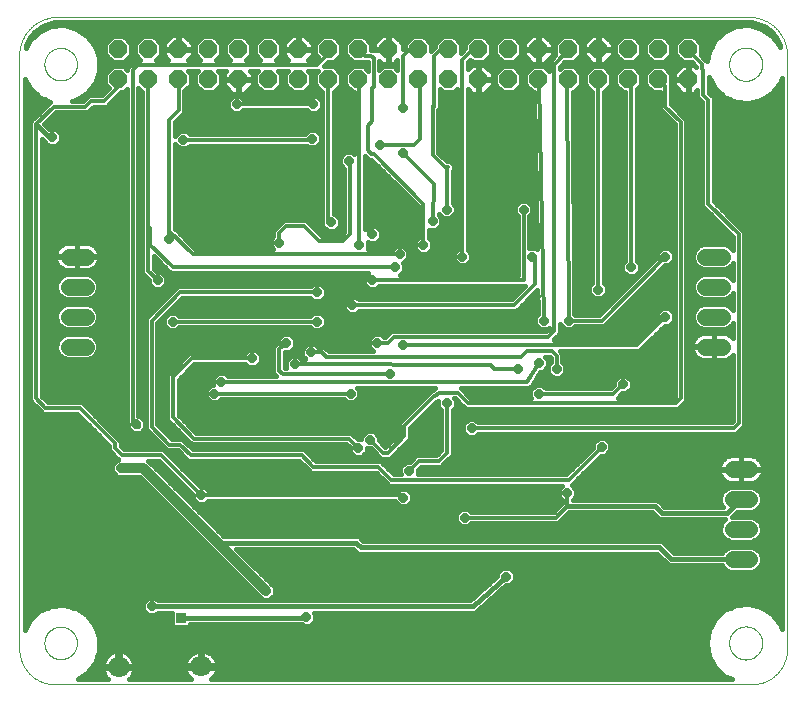
<source format=gbl>
G75*
%MOIN*%
%OFA0B0*%
%FSLAX25Y25*%
%IPPOS*%
%LPD*%
%AMOC8*
5,1,8,0,0,1.08239X$1,22.5*
%
%ADD10C,0.00000*%
%ADD11C,0.07087*%
%ADD12OC8,0.06000*%
%ADD13C,0.05600*%
%ADD14C,0.01600*%
%ADD15OC8,0.03169*%
%ADD16C,0.03200*%
%ADD17C,0.01200*%
%ADD18R,0.03562X0.03562*%
D10*
X0017548Y0028572D02*
X0249831Y0028572D01*
X0250116Y0028575D01*
X0250402Y0028586D01*
X0250687Y0028603D01*
X0250971Y0028627D01*
X0251255Y0028658D01*
X0251538Y0028696D01*
X0251819Y0028741D01*
X0252100Y0028792D01*
X0252380Y0028850D01*
X0252658Y0028915D01*
X0252934Y0028987D01*
X0253208Y0029065D01*
X0253481Y0029150D01*
X0253751Y0029242D01*
X0254019Y0029340D01*
X0254285Y0029444D01*
X0254548Y0029555D01*
X0254808Y0029672D01*
X0255066Y0029795D01*
X0255320Y0029925D01*
X0255571Y0030061D01*
X0255819Y0030202D01*
X0256063Y0030350D01*
X0256304Y0030503D01*
X0256540Y0030663D01*
X0256773Y0030828D01*
X0257002Y0030998D01*
X0257227Y0031174D01*
X0257447Y0031356D01*
X0257663Y0031542D01*
X0257874Y0031734D01*
X0258081Y0031931D01*
X0258283Y0032133D01*
X0258480Y0032340D01*
X0258672Y0032551D01*
X0258858Y0032767D01*
X0259040Y0032987D01*
X0259216Y0033212D01*
X0259386Y0033441D01*
X0259551Y0033674D01*
X0259711Y0033910D01*
X0259864Y0034151D01*
X0260012Y0034395D01*
X0260153Y0034643D01*
X0260289Y0034894D01*
X0260419Y0035148D01*
X0260542Y0035406D01*
X0260659Y0035666D01*
X0260770Y0035929D01*
X0260874Y0036195D01*
X0260972Y0036463D01*
X0261064Y0036733D01*
X0261149Y0037006D01*
X0261227Y0037280D01*
X0261299Y0037556D01*
X0261364Y0037834D01*
X0261422Y0038114D01*
X0261473Y0038395D01*
X0261518Y0038676D01*
X0261556Y0038959D01*
X0261587Y0039243D01*
X0261611Y0039527D01*
X0261628Y0039812D01*
X0261639Y0040098D01*
X0261642Y0040383D01*
X0261643Y0040383D02*
X0261643Y0237233D01*
X0261642Y0237233D02*
X0261662Y0237542D01*
X0261675Y0237852D01*
X0261680Y0238162D01*
X0261677Y0238472D01*
X0261668Y0238782D01*
X0261650Y0239092D01*
X0261625Y0239401D01*
X0261593Y0239709D01*
X0261553Y0240017D01*
X0261506Y0240323D01*
X0261451Y0240629D01*
X0261389Y0240933D01*
X0261320Y0241235D01*
X0261244Y0241535D01*
X0261160Y0241834D01*
X0261069Y0242130D01*
X0260971Y0242425D01*
X0260865Y0242716D01*
X0260753Y0243005D01*
X0260634Y0243292D01*
X0260508Y0243575D01*
X0260375Y0243855D01*
X0260235Y0244132D01*
X0260089Y0244406D01*
X0259936Y0244675D01*
X0259777Y0244942D01*
X0259611Y0245204D01*
X0259439Y0245462D01*
X0259261Y0245716D01*
X0259077Y0245965D01*
X0258887Y0246210D01*
X0258691Y0246450D01*
X0258489Y0246686D01*
X0258281Y0246916D01*
X0258069Y0247142D01*
X0257850Y0247362D01*
X0257627Y0247577D01*
X0257398Y0247786D01*
X0257164Y0247990D01*
X0256926Y0248188D01*
X0256682Y0248380D01*
X0256434Y0248567D01*
X0256182Y0248747D01*
X0255925Y0248921D01*
X0255665Y0249089D01*
X0255400Y0249251D01*
X0255131Y0249406D01*
X0254859Y0249554D01*
X0254584Y0249696D01*
X0254305Y0249832D01*
X0254022Y0249960D01*
X0253737Y0250082D01*
X0253449Y0250197D01*
X0253158Y0250304D01*
X0252865Y0250405D01*
X0252569Y0250498D01*
X0252271Y0250585D01*
X0251971Y0250664D01*
X0251670Y0250736D01*
X0251366Y0250800D01*
X0251062Y0250857D01*
X0250755Y0250907D01*
X0250448Y0250950D01*
X0250140Y0250985D01*
X0249831Y0251012D01*
X0249831Y0251013D02*
X0017548Y0251013D01*
X0017548Y0251012D02*
X0017239Y0250985D01*
X0016931Y0250950D01*
X0016624Y0250907D01*
X0016317Y0250857D01*
X0016013Y0250800D01*
X0015709Y0250736D01*
X0015408Y0250664D01*
X0015108Y0250585D01*
X0014810Y0250498D01*
X0014514Y0250405D01*
X0014221Y0250304D01*
X0013930Y0250197D01*
X0013642Y0250082D01*
X0013357Y0249960D01*
X0013074Y0249832D01*
X0012795Y0249696D01*
X0012520Y0249554D01*
X0012248Y0249406D01*
X0011979Y0249251D01*
X0011714Y0249089D01*
X0011454Y0248921D01*
X0011197Y0248747D01*
X0010945Y0248567D01*
X0010697Y0248380D01*
X0010453Y0248188D01*
X0010215Y0247990D01*
X0009981Y0247786D01*
X0009752Y0247577D01*
X0009529Y0247362D01*
X0009310Y0247142D01*
X0009098Y0246916D01*
X0008890Y0246686D01*
X0008688Y0246450D01*
X0008492Y0246210D01*
X0008302Y0245965D01*
X0008118Y0245716D01*
X0007940Y0245462D01*
X0007768Y0245204D01*
X0007602Y0244942D01*
X0007443Y0244675D01*
X0007290Y0244406D01*
X0007144Y0244132D01*
X0007004Y0243855D01*
X0006871Y0243575D01*
X0006745Y0243292D01*
X0006626Y0243005D01*
X0006514Y0242716D01*
X0006408Y0242425D01*
X0006310Y0242130D01*
X0006219Y0241834D01*
X0006135Y0241535D01*
X0006059Y0241235D01*
X0005990Y0240933D01*
X0005928Y0240629D01*
X0005873Y0240323D01*
X0005826Y0240017D01*
X0005786Y0239709D01*
X0005754Y0239401D01*
X0005729Y0239092D01*
X0005711Y0238782D01*
X0005702Y0238472D01*
X0005699Y0238162D01*
X0005704Y0237852D01*
X0005717Y0237542D01*
X0005737Y0237233D01*
X0005737Y0040383D01*
X0005740Y0040098D01*
X0005751Y0039812D01*
X0005768Y0039527D01*
X0005792Y0039243D01*
X0005823Y0038959D01*
X0005861Y0038676D01*
X0005906Y0038395D01*
X0005957Y0038114D01*
X0006015Y0037834D01*
X0006080Y0037556D01*
X0006152Y0037280D01*
X0006230Y0037006D01*
X0006315Y0036733D01*
X0006407Y0036463D01*
X0006505Y0036195D01*
X0006609Y0035929D01*
X0006720Y0035666D01*
X0006837Y0035406D01*
X0006960Y0035148D01*
X0007090Y0034894D01*
X0007226Y0034643D01*
X0007367Y0034395D01*
X0007515Y0034151D01*
X0007668Y0033910D01*
X0007828Y0033674D01*
X0007993Y0033441D01*
X0008163Y0033212D01*
X0008339Y0032987D01*
X0008521Y0032767D01*
X0008707Y0032551D01*
X0008899Y0032340D01*
X0009096Y0032133D01*
X0009298Y0031931D01*
X0009505Y0031734D01*
X0009716Y0031542D01*
X0009932Y0031356D01*
X0010152Y0031174D01*
X0010377Y0030998D01*
X0010606Y0030828D01*
X0010839Y0030663D01*
X0011075Y0030503D01*
X0011316Y0030350D01*
X0011560Y0030202D01*
X0011808Y0030061D01*
X0012059Y0029925D01*
X0012313Y0029795D01*
X0012571Y0029672D01*
X0012831Y0029555D01*
X0013094Y0029444D01*
X0013360Y0029340D01*
X0013628Y0029242D01*
X0013898Y0029150D01*
X0014171Y0029065D01*
X0014445Y0028987D01*
X0014721Y0028915D01*
X0014999Y0028850D01*
X0015279Y0028792D01*
X0015560Y0028741D01*
X0015841Y0028696D01*
X0016124Y0028658D01*
X0016408Y0028627D01*
X0016692Y0028603D01*
X0016977Y0028586D01*
X0017263Y0028575D01*
X0017548Y0028572D01*
X0014104Y0042351D02*
X0014106Y0042498D01*
X0014112Y0042644D01*
X0014122Y0042790D01*
X0014136Y0042936D01*
X0014154Y0043082D01*
X0014175Y0043227D01*
X0014201Y0043371D01*
X0014231Y0043515D01*
X0014264Y0043657D01*
X0014301Y0043799D01*
X0014342Y0043940D01*
X0014387Y0044079D01*
X0014436Y0044218D01*
X0014488Y0044355D01*
X0014545Y0044490D01*
X0014604Y0044624D01*
X0014668Y0044756D01*
X0014735Y0044886D01*
X0014805Y0045015D01*
X0014879Y0045142D01*
X0014956Y0045266D01*
X0015037Y0045389D01*
X0015121Y0045509D01*
X0015208Y0045627D01*
X0015298Y0045742D01*
X0015391Y0045855D01*
X0015488Y0045966D01*
X0015587Y0046074D01*
X0015689Y0046179D01*
X0015794Y0046281D01*
X0015902Y0046380D01*
X0016013Y0046477D01*
X0016126Y0046570D01*
X0016241Y0046660D01*
X0016359Y0046747D01*
X0016479Y0046831D01*
X0016602Y0046912D01*
X0016726Y0046989D01*
X0016853Y0047063D01*
X0016982Y0047133D01*
X0017112Y0047200D01*
X0017244Y0047264D01*
X0017378Y0047323D01*
X0017513Y0047380D01*
X0017650Y0047432D01*
X0017789Y0047481D01*
X0017928Y0047526D01*
X0018069Y0047567D01*
X0018211Y0047604D01*
X0018353Y0047637D01*
X0018497Y0047667D01*
X0018641Y0047693D01*
X0018786Y0047714D01*
X0018932Y0047732D01*
X0019078Y0047746D01*
X0019224Y0047756D01*
X0019370Y0047762D01*
X0019517Y0047764D01*
X0019664Y0047762D01*
X0019810Y0047756D01*
X0019956Y0047746D01*
X0020102Y0047732D01*
X0020248Y0047714D01*
X0020393Y0047693D01*
X0020537Y0047667D01*
X0020681Y0047637D01*
X0020823Y0047604D01*
X0020965Y0047567D01*
X0021106Y0047526D01*
X0021245Y0047481D01*
X0021384Y0047432D01*
X0021521Y0047380D01*
X0021656Y0047323D01*
X0021790Y0047264D01*
X0021922Y0047200D01*
X0022052Y0047133D01*
X0022181Y0047063D01*
X0022308Y0046989D01*
X0022432Y0046912D01*
X0022555Y0046831D01*
X0022675Y0046747D01*
X0022793Y0046660D01*
X0022908Y0046570D01*
X0023021Y0046477D01*
X0023132Y0046380D01*
X0023240Y0046281D01*
X0023345Y0046179D01*
X0023447Y0046074D01*
X0023546Y0045966D01*
X0023643Y0045855D01*
X0023736Y0045742D01*
X0023826Y0045627D01*
X0023913Y0045509D01*
X0023997Y0045389D01*
X0024078Y0045266D01*
X0024155Y0045142D01*
X0024229Y0045015D01*
X0024299Y0044886D01*
X0024366Y0044756D01*
X0024430Y0044624D01*
X0024489Y0044490D01*
X0024546Y0044355D01*
X0024598Y0044218D01*
X0024647Y0044079D01*
X0024692Y0043940D01*
X0024733Y0043799D01*
X0024770Y0043657D01*
X0024803Y0043515D01*
X0024833Y0043371D01*
X0024859Y0043227D01*
X0024880Y0043082D01*
X0024898Y0042936D01*
X0024912Y0042790D01*
X0024922Y0042644D01*
X0024928Y0042498D01*
X0024930Y0042351D01*
X0024928Y0042204D01*
X0024922Y0042058D01*
X0024912Y0041912D01*
X0024898Y0041766D01*
X0024880Y0041620D01*
X0024859Y0041475D01*
X0024833Y0041331D01*
X0024803Y0041187D01*
X0024770Y0041045D01*
X0024733Y0040903D01*
X0024692Y0040762D01*
X0024647Y0040623D01*
X0024598Y0040484D01*
X0024546Y0040347D01*
X0024489Y0040212D01*
X0024430Y0040078D01*
X0024366Y0039946D01*
X0024299Y0039816D01*
X0024229Y0039687D01*
X0024155Y0039560D01*
X0024078Y0039436D01*
X0023997Y0039313D01*
X0023913Y0039193D01*
X0023826Y0039075D01*
X0023736Y0038960D01*
X0023643Y0038847D01*
X0023546Y0038736D01*
X0023447Y0038628D01*
X0023345Y0038523D01*
X0023240Y0038421D01*
X0023132Y0038322D01*
X0023021Y0038225D01*
X0022908Y0038132D01*
X0022793Y0038042D01*
X0022675Y0037955D01*
X0022555Y0037871D01*
X0022432Y0037790D01*
X0022308Y0037713D01*
X0022181Y0037639D01*
X0022052Y0037569D01*
X0021922Y0037502D01*
X0021790Y0037438D01*
X0021656Y0037379D01*
X0021521Y0037322D01*
X0021384Y0037270D01*
X0021245Y0037221D01*
X0021106Y0037176D01*
X0020965Y0037135D01*
X0020823Y0037098D01*
X0020681Y0037065D01*
X0020537Y0037035D01*
X0020393Y0037009D01*
X0020248Y0036988D01*
X0020102Y0036970D01*
X0019956Y0036956D01*
X0019810Y0036946D01*
X0019664Y0036940D01*
X0019517Y0036938D01*
X0019370Y0036940D01*
X0019224Y0036946D01*
X0019078Y0036956D01*
X0018932Y0036970D01*
X0018786Y0036988D01*
X0018641Y0037009D01*
X0018497Y0037035D01*
X0018353Y0037065D01*
X0018211Y0037098D01*
X0018069Y0037135D01*
X0017928Y0037176D01*
X0017789Y0037221D01*
X0017650Y0037270D01*
X0017513Y0037322D01*
X0017378Y0037379D01*
X0017244Y0037438D01*
X0017112Y0037502D01*
X0016982Y0037569D01*
X0016853Y0037639D01*
X0016726Y0037713D01*
X0016602Y0037790D01*
X0016479Y0037871D01*
X0016359Y0037955D01*
X0016241Y0038042D01*
X0016126Y0038132D01*
X0016013Y0038225D01*
X0015902Y0038322D01*
X0015794Y0038421D01*
X0015689Y0038523D01*
X0015587Y0038628D01*
X0015488Y0038736D01*
X0015391Y0038847D01*
X0015298Y0038960D01*
X0015208Y0039075D01*
X0015121Y0039193D01*
X0015037Y0039313D01*
X0014956Y0039436D01*
X0014879Y0039560D01*
X0014805Y0039687D01*
X0014735Y0039816D01*
X0014668Y0039946D01*
X0014604Y0040078D01*
X0014545Y0040212D01*
X0014488Y0040347D01*
X0014436Y0040484D01*
X0014387Y0040623D01*
X0014342Y0040762D01*
X0014301Y0040903D01*
X0014264Y0041045D01*
X0014231Y0041187D01*
X0014201Y0041331D01*
X0014175Y0041475D01*
X0014154Y0041620D01*
X0014136Y0041766D01*
X0014122Y0041912D01*
X0014112Y0042058D01*
X0014106Y0042204D01*
X0014104Y0042351D01*
X0014104Y0235265D02*
X0014106Y0235412D01*
X0014112Y0235558D01*
X0014122Y0235704D01*
X0014136Y0235850D01*
X0014154Y0235996D01*
X0014175Y0236141D01*
X0014201Y0236285D01*
X0014231Y0236429D01*
X0014264Y0236571D01*
X0014301Y0236713D01*
X0014342Y0236854D01*
X0014387Y0236993D01*
X0014436Y0237132D01*
X0014488Y0237269D01*
X0014545Y0237404D01*
X0014604Y0237538D01*
X0014668Y0237670D01*
X0014735Y0237800D01*
X0014805Y0237929D01*
X0014879Y0238056D01*
X0014956Y0238180D01*
X0015037Y0238303D01*
X0015121Y0238423D01*
X0015208Y0238541D01*
X0015298Y0238656D01*
X0015391Y0238769D01*
X0015488Y0238880D01*
X0015587Y0238988D01*
X0015689Y0239093D01*
X0015794Y0239195D01*
X0015902Y0239294D01*
X0016013Y0239391D01*
X0016126Y0239484D01*
X0016241Y0239574D01*
X0016359Y0239661D01*
X0016479Y0239745D01*
X0016602Y0239826D01*
X0016726Y0239903D01*
X0016853Y0239977D01*
X0016982Y0240047D01*
X0017112Y0240114D01*
X0017244Y0240178D01*
X0017378Y0240237D01*
X0017513Y0240294D01*
X0017650Y0240346D01*
X0017789Y0240395D01*
X0017928Y0240440D01*
X0018069Y0240481D01*
X0018211Y0240518D01*
X0018353Y0240551D01*
X0018497Y0240581D01*
X0018641Y0240607D01*
X0018786Y0240628D01*
X0018932Y0240646D01*
X0019078Y0240660D01*
X0019224Y0240670D01*
X0019370Y0240676D01*
X0019517Y0240678D01*
X0019664Y0240676D01*
X0019810Y0240670D01*
X0019956Y0240660D01*
X0020102Y0240646D01*
X0020248Y0240628D01*
X0020393Y0240607D01*
X0020537Y0240581D01*
X0020681Y0240551D01*
X0020823Y0240518D01*
X0020965Y0240481D01*
X0021106Y0240440D01*
X0021245Y0240395D01*
X0021384Y0240346D01*
X0021521Y0240294D01*
X0021656Y0240237D01*
X0021790Y0240178D01*
X0021922Y0240114D01*
X0022052Y0240047D01*
X0022181Y0239977D01*
X0022308Y0239903D01*
X0022432Y0239826D01*
X0022555Y0239745D01*
X0022675Y0239661D01*
X0022793Y0239574D01*
X0022908Y0239484D01*
X0023021Y0239391D01*
X0023132Y0239294D01*
X0023240Y0239195D01*
X0023345Y0239093D01*
X0023447Y0238988D01*
X0023546Y0238880D01*
X0023643Y0238769D01*
X0023736Y0238656D01*
X0023826Y0238541D01*
X0023913Y0238423D01*
X0023997Y0238303D01*
X0024078Y0238180D01*
X0024155Y0238056D01*
X0024229Y0237929D01*
X0024299Y0237800D01*
X0024366Y0237670D01*
X0024430Y0237538D01*
X0024489Y0237404D01*
X0024546Y0237269D01*
X0024598Y0237132D01*
X0024647Y0236993D01*
X0024692Y0236854D01*
X0024733Y0236713D01*
X0024770Y0236571D01*
X0024803Y0236429D01*
X0024833Y0236285D01*
X0024859Y0236141D01*
X0024880Y0235996D01*
X0024898Y0235850D01*
X0024912Y0235704D01*
X0024922Y0235558D01*
X0024928Y0235412D01*
X0024930Y0235265D01*
X0024928Y0235118D01*
X0024922Y0234972D01*
X0024912Y0234826D01*
X0024898Y0234680D01*
X0024880Y0234534D01*
X0024859Y0234389D01*
X0024833Y0234245D01*
X0024803Y0234101D01*
X0024770Y0233959D01*
X0024733Y0233817D01*
X0024692Y0233676D01*
X0024647Y0233537D01*
X0024598Y0233398D01*
X0024546Y0233261D01*
X0024489Y0233126D01*
X0024430Y0232992D01*
X0024366Y0232860D01*
X0024299Y0232730D01*
X0024229Y0232601D01*
X0024155Y0232474D01*
X0024078Y0232350D01*
X0023997Y0232227D01*
X0023913Y0232107D01*
X0023826Y0231989D01*
X0023736Y0231874D01*
X0023643Y0231761D01*
X0023546Y0231650D01*
X0023447Y0231542D01*
X0023345Y0231437D01*
X0023240Y0231335D01*
X0023132Y0231236D01*
X0023021Y0231139D01*
X0022908Y0231046D01*
X0022793Y0230956D01*
X0022675Y0230869D01*
X0022555Y0230785D01*
X0022432Y0230704D01*
X0022308Y0230627D01*
X0022181Y0230553D01*
X0022052Y0230483D01*
X0021922Y0230416D01*
X0021790Y0230352D01*
X0021656Y0230293D01*
X0021521Y0230236D01*
X0021384Y0230184D01*
X0021245Y0230135D01*
X0021106Y0230090D01*
X0020965Y0230049D01*
X0020823Y0230012D01*
X0020681Y0229979D01*
X0020537Y0229949D01*
X0020393Y0229923D01*
X0020248Y0229902D01*
X0020102Y0229884D01*
X0019956Y0229870D01*
X0019810Y0229860D01*
X0019664Y0229854D01*
X0019517Y0229852D01*
X0019370Y0229854D01*
X0019224Y0229860D01*
X0019078Y0229870D01*
X0018932Y0229884D01*
X0018786Y0229902D01*
X0018641Y0229923D01*
X0018497Y0229949D01*
X0018353Y0229979D01*
X0018211Y0230012D01*
X0018069Y0230049D01*
X0017928Y0230090D01*
X0017789Y0230135D01*
X0017650Y0230184D01*
X0017513Y0230236D01*
X0017378Y0230293D01*
X0017244Y0230352D01*
X0017112Y0230416D01*
X0016982Y0230483D01*
X0016853Y0230553D01*
X0016726Y0230627D01*
X0016602Y0230704D01*
X0016479Y0230785D01*
X0016359Y0230869D01*
X0016241Y0230956D01*
X0016126Y0231046D01*
X0016013Y0231139D01*
X0015902Y0231236D01*
X0015794Y0231335D01*
X0015689Y0231437D01*
X0015587Y0231542D01*
X0015488Y0231650D01*
X0015391Y0231761D01*
X0015298Y0231874D01*
X0015208Y0231989D01*
X0015121Y0232107D01*
X0015037Y0232227D01*
X0014956Y0232350D01*
X0014879Y0232474D01*
X0014805Y0232601D01*
X0014735Y0232730D01*
X0014668Y0232860D01*
X0014604Y0232992D01*
X0014545Y0233126D01*
X0014488Y0233261D01*
X0014436Y0233398D01*
X0014387Y0233537D01*
X0014342Y0233676D01*
X0014301Y0233817D01*
X0014264Y0233959D01*
X0014231Y0234101D01*
X0014201Y0234245D01*
X0014175Y0234389D01*
X0014154Y0234534D01*
X0014136Y0234680D01*
X0014122Y0234826D01*
X0014112Y0234972D01*
X0014106Y0235118D01*
X0014104Y0235265D01*
X0242351Y0235265D02*
X0242353Y0235413D01*
X0242359Y0235561D01*
X0242369Y0235709D01*
X0242383Y0235856D01*
X0242401Y0236003D01*
X0242422Y0236149D01*
X0242448Y0236295D01*
X0242478Y0236440D01*
X0242511Y0236584D01*
X0242549Y0236727D01*
X0242590Y0236869D01*
X0242635Y0237010D01*
X0242683Y0237150D01*
X0242736Y0237289D01*
X0242792Y0237426D01*
X0242852Y0237561D01*
X0242915Y0237695D01*
X0242982Y0237827D01*
X0243053Y0237957D01*
X0243127Y0238085D01*
X0243204Y0238211D01*
X0243285Y0238335D01*
X0243369Y0238457D01*
X0243456Y0238576D01*
X0243547Y0238693D01*
X0243641Y0238808D01*
X0243737Y0238920D01*
X0243837Y0239030D01*
X0243939Y0239136D01*
X0244045Y0239240D01*
X0244153Y0239341D01*
X0244264Y0239439D01*
X0244377Y0239535D01*
X0244493Y0239627D01*
X0244611Y0239716D01*
X0244732Y0239801D01*
X0244855Y0239884D01*
X0244980Y0239963D01*
X0245107Y0240039D01*
X0245236Y0240111D01*
X0245367Y0240180D01*
X0245500Y0240245D01*
X0245635Y0240306D01*
X0245771Y0240364D01*
X0245908Y0240419D01*
X0246047Y0240469D01*
X0246188Y0240516D01*
X0246329Y0240559D01*
X0246472Y0240599D01*
X0246616Y0240634D01*
X0246760Y0240666D01*
X0246906Y0240693D01*
X0247052Y0240717D01*
X0247199Y0240737D01*
X0247346Y0240753D01*
X0247493Y0240765D01*
X0247641Y0240773D01*
X0247789Y0240777D01*
X0247937Y0240777D01*
X0248085Y0240773D01*
X0248233Y0240765D01*
X0248380Y0240753D01*
X0248527Y0240737D01*
X0248674Y0240717D01*
X0248820Y0240693D01*
X0248966Y0240666D01*
X0249110Y0240634D01*
X0249254Y0240599D01*
X0249397Y0240559D01*
X0249538Y0240516D01*
X0249679Y0240469D01*
X0249818Y0240419D01*
X0249955Y0240364D01*
X0250091Y0240306D01*
X0250226Y0240245D01*
X0250359Y0240180D01*
X0250490Y0240111D01*
X0250619Y0240039D01*
X0250746Y0239963D01*
X0250871Y0239884D01*
X0250994Y0239801D01*
X0251115Y0239716D01*
X0251233Y0239627D01*
X0251349Y0239535D01*
X0251462Y0239439D01*
X0251573Y0239341D01*
X0251681Y0239240D01*
X0251787Y0239136D01*
X0251889Y0239030D01*
X0251989Y0238920D01*
X0252085Y0238808D01*
X0252179Y0238693D01*
X0252270Y0238576D01*
X0252357Y0238457D01*
X0252441Y0238335D01*
X0252522Y0238211D01*
X0252599Y0238085D01*
X0252673Y0237957D01*
X0252744Y0237827D01*
X0252811Y0237695D01*
X0252874Y0237561D01*
X0252934Y0237426D01*
X0252990Y0237289D01*
X0253043Y0237150D01*
X0253091Y0237010D01*
X0253136Y0236869D01*
X0253177Y0236727D01*
X0253215Y0236584D01*
X0253248Y0236440D01*
X0253278Y0236295D01*
X0253304Y0236149D01*
X0253325Y0236003D01*
X0253343Y0235856D01*
X0253357Y0235709D01*
X0253367Y0235561D01*
X0253373Y0235413D01*
X0253375Y0235265D01*
X0253373Y0235117D01*
X0253367Y0234969D01*
X0253357Y0234821D01*
X0253343Y0234674D01*
X0253325Y0234527D01*
X0253304Y0234381D01*
X0253278Y0234235D01*
X0253248Y0234090D01*
X0253215Y0233946D01*
X0253177Y0233803D01*
X0253136Y0233661D01*
X0253091Y0233520D01*
X0253043Y0233380D01*
X0252990Y0233241D01*
X0252934Y0233104D01*
X0252874Y0232969D01*
X0252811Y0232835D01*
X0252744Y0232703D01*
X0252673Y0232573D01*
X0252599Y0232445D01*
X0252522Y0232319D01*
X0252441Y0232195D01*
X0252357Y0232073D01*
X0252270Y0231954D01*
X0252179Y0231837D01*
X0252085Y0231722D01*
X0251989Y0231610D01*
X0251889Y0231500D01*
X0251787Y0231394D01*
X0251681Y0231290D01*
X0251573Y0231189D01*
X0251462Y0231091D01*
X0251349Y0230995D01*
X0251233Y0230903D01*
X0251115Y0230814D01*
X0250994Y0230729D01*
X0250871Y0230646D01*
X0250746Y0230567D01*
X0250619Y0230491D01*
X0250490Y0230419D01*
X0250359Y0230350D01*
X0250226Y0230285D01*
X0250091Y0230224D01*
X0249955Y0230166D01*
X0249818Y0230111D01*
X0249679Y0230061D01*
X0249538Y0230014D01*
X0249397Y0229971D01*
X0249254Y0229931D01*
X0249110Y0229896D01*
X0248966Y0229864D01*
X0248820Y0229837D01*
X0248674Y0229813D01*
X0248527Y0229793D01*
X0248380Y0229777D01*
X0248233Y0229765D01*
X0248085Y0229757D01*
X0247937Y0229753D01*
X0247789Y0229753D01*
X0247641Y0229757D01*
X0247493Y0229765D01*
X0247346Y0229777D01*
X0247199Y0229793D01*
X0247052Y0229813D01*
X0246906Y0229837D01*
X0246760Y0229864D01*
X0246616Y0229896D01*
X0246472Y0229931D01*
X0246329Y0229971D01*
X0246188Y0230014D01*
X0246047Y0230061D01*
X0245908Y0230111D01*
X0245771Y0230166D01*
X0245635Y0230224D01*
X0245500Y0230285D01*
X0245367Y0230350D01*
X0245236Y0230419D01*
X0245107Y0230491D01*
X0244980Y0230567D01*
X0244855Y0230646D01*
X0244732Y0230729D01*
X0244611Y0230814D01*
X0244493Y0230903D01*
X0244377Y0230995D01*
X0244264Y0231091D01*
X0244153Y0231189D01*
X0244045Y0231290D01*
X0243939Y0231394D01*
X0243837Y0231500D01*
X0243737Y0231610D01*
X0243641Y0231722D01*
X0243547Y0231837D01*
X0243456Y0231954D01*
X0243369Y0232073D01*
X0243285Y0232195D01*
X0243204Y0232319D01*
X0243127Y0232445D01*
X0243053Y0232573D01*
X0242982Y0232703D01*
X0242915Y0232835D01*
X0242852Y0232969D01*
X0242792Y0233104D01*
X0242736Y0233241D01*
X0242683Y0233380D01*
X0242635Y0233520D01*
X0242590Y0233661D01*
X0242549Y0233803D01*
X0242511Y0233946D01*
X0242478Y0234090D01*
X0242448Y0234235D01*
X0242422Y0234381D01*
X0242401Y0234527D01*
X0242383Y0234674D01*
X0242369Y0234821D01*
X0242359Y0234969D01*
X0242353Y0235117D01*
X0242351Y0235265D01*
X0242351Y0042351D02*
X0242353Y0042499D01*
X0242359Y0042647D01*
X0242369Y0042795D01*
X0242383Y0042942D01*
X0242401Y0043089D01*
X0242422Y0043235D01*
X0242448Y0043381D01*
X0242478Y0043526D01*
X0242511Y0043670D01*
X0242549Y0043813D01*
X0242590Y0043955D01*
X0242635Y0044096D01*
X0242683Y0044236D01*
X0242736Y0044375D01*
X0242792Y0044512D01*
X0242852Y0044647D01*
X0242915Y0044781D01*
X0242982Y0044913D01*
X0243053Y0045043D01*
X0243127Y0045171D01*
X0243204Y0045297D01*
X0243285Y0045421D01*
X0243369Y0045543D01*
X0243456Y0045662D01*
X0243547Y0045779D01*
X0243641Y0045894D01*
X0243737Y0046006D01*
X0243837Y0046116D01*
X0243939Y0046222D01*
X0244045Y0046326D01*
X0244153Y0046427D01*
X0244264Y0046525D01*
X0244377Y0046621D01*
X0244493Y0046713D01*
X0244611Y0046802D01*
X0244732Y0046887D01*
X0244855Y0046970D01*
X0244980Y0047049D01*
X0245107Y0047125D01*
X0245236Y0047197D01*
X0245367Y0047266D01*
X0245500Y0047331D01*
X0245635Y0047392D01*
X0245771Y0047450D01*
X0245908Y0047505D01*
X0246047Y0047555D01*
X0246188Y0047602D01*
X0246329Y0047645D01*
X0246472Y0047685D01*
X0246616Y0047720D01*
X0246760Y0047752D01*
X0246906Y0047779D01*
X0247052Y0047803D01*
X0247199Y0047823D01*
X0247346Y0047839D01*
X0247493Y0047851D01*
X0247641Y0047859D01*
X0247789Y0047863D01*
X0247937Y0047863D01*
X0248085Y0047859D01*
X0248233Y0047851D01*
X0248380Y0047839D01*
X0248527Y0047823D01*
X0248674Y0047803D01*
X0248820Y0047779D01*
X0248966Y0047752D01*
X0249110Y0047720D01*
X0249254Y0047685D01*
X0249397Y0047645D01*
X0249538Y0047602D01*
X0249679Y0047555D01*
X0249818Y0047505D01*
X0249955Y0047450D01*
X0250091Y0047392D01*
X0250226Y0047331D01*
X0250359Y0047266D01*
X0250490Y0047197D01*
X0250619Y0047125D01*
X0250746Y0047049D01*
X0250871Y0046970D01*
X0250994Y0046887D01*
X0251115Y0046802D01*
X0251233Y0046713D01*
X0251349Y0046621D01*
X0251462Y0046525D01*
X0251573Y0046427D01*
X0251681Y0046326D01*
X0251787Y0046222D01*
X0251889Y0046116D01*
X0251989Y0046006D01*
X0252085Y0045894D01*
X0252179Y0045779D01*
X0252270Y0045662D01*
X0252357Y0045543D01*
X0252441Y0045421D01*
X0252522Y0045297D01*
X0252599Y0045171D01*
X0252673Y0045043D01*
X0252744Y0044913D01*
X0252811Y0044781D01*
X0252874Y0044647D01*
X0252934Y0044512D01*
X0252990Y0044375D01*
X0253043Y0044236D01*
X0253091Y0044096D01*
X0253136Y0043955D01*
X0253177Y0043813D01*
X0253215Y0043670D01*
X0253248Y0043526D01*
X0253278Y0043381D01*
X0253304Y0043235D01*
X0253325Y0043089D01*
X0253343Y0042942D01*
X0253357Y0042795D01*
X0253367Y0042647D01*
X0253373Y0042499D01*
X0253375Y0042351D01*
X0253373Y0042203D01*
X0253367Y0042055D01*
X0253357Y0041907D01*
X0253343Y0041760D01*
X0253325Y0041613D01*
X0253304Y0041467D01*
X0253278Y0041321D01*
X0253248Y0041176D01*
X0253215Y0041032D01*
X0253177Y0040889D01*
X0253136Y0040747D01*
X0253091Y0040606D01*
X0253043Y0040466D01*
X0252990Y0040327D01*
X0252934Y0040190D01*
X0252874Y0040055D01*
X0252811Y0039921D01*
X0252744Y0039789D01*
X0252673Y0039659D01*
X0252599Y0039531D01*
X0252522Y0039405D01*
X0252441Y0039281D01*
X0252357Y0039159D01*
X0252270Y0039040D01*
X0252179Y0038923D01*
X0252085Y0038808D01*
X0251989Y0038696D01*
X0251889Y0038586D01*
X0251787Y0038480D01*
X0251681Y0038376D01*
X0251573Y0038275D01*
X0251462Y0038177D01*
X0251349Y0038081D01*
X0251233Y0037989D01*
X0251115Y0037900D01*
X0250994Y0037815D01*
X0250871Y0037732D01*
X0250746Y0037653D01*
X0250619Y0037577D01*
X0250490Y0037505D01*
X0250359Y0037436D01*
X0250226Y0037371D01*
X0250091Y0037310D01*
X0249955Y0037252D01*
X0249818Y0037197D01*
X0249679Y0037147D01*
X0249538Y0037100D01*
X0249397Y0037057D01*
X0249254Y0037017D01*
X0249110Y0036982D01*
X0248966Y0036950D01*
X0248820Y0036923D01*
X0248674Y0036899D01*
X0248527Y0036879D01*
X0248380Y0036863D01*
X0248233Y0036851D01*
X0248085Y0036843D01*
X0247937Y0036839D01*
X0247789Y0036839D01*
X0247641Y0036843D01*
X0247493Y0036851D01*
X0247346Y0036863D01*
X0247199Y0036879D01*
X0247052Y0036899D01*
X0246906Y0036923D01*
X0246760Y0036950D01*
X0246616Y0036982D01*
X0246472Y0037017D01*
X0246329Y0037057D01*
X0246188Y0037100D01*
X0246047Y0037147D01*
X0245908Y0037197D01*
X0245771Y0037252D01*
X0245635Y0037310D01*
X0245500Y0037371D01*
X0245367Y0037436D01*
X0245236Y0037505D01*
X0245107Y0037577D01*
X0244980Y0037653D01*
X0244855Y0037732D01*
X0244732Y0037815D01*
X0244611Y0037900D01*
X0244493Y0037989D01*
X0244377Y0038081D01*
X0244264Y0038177D01*
X0244153Y0038275D01*
X0244045Y0038376D01*
X0243939Y0038480D01*
X0243837Y0038586D01*
X0243737Y0038696D01*
X0243641Y0038808D01*
X0243547Y0038923D01*
X0243456Y0039040D01*
X0243369Y0039159D01*
X0243285Y0039281D01*
X0243204Y0039405D01*
X0243127Y0039531D01*
X0243053Y0039659D01*
X0242982Y0039789D01*
X0242915Y0039921D01*
X0242852Y0040055D01*
X0242792Y0040190D01*
X0242736Y0040327D01*
X0242683Y0040466D01*
X0242635Y0040606D01*
X0242590Y0040747D01*
X0242549Y0040889D01*
X0242511Y0041032D01*
X0242478Y0041176D01*
X0242448Y0041321D01*
X0242422Y0041467D01*
X0242401Y0041613D01*
X0242383Y0041760D01*
X0242369Y0041907D01*
X0242359Y0042055D01*
X0242353Y0042203D01*
X0242351Y0042351D01*
D11*
X0066323Y0034509D03*
X0038823Y0034309D03*
D12*
X0038690Y0230265D03*
X0038690Y0240265D03*
X0048690Y0240265D03*
X0058690Y0240265D03*
X0068690Y0240265D03*
X0078690Y0240265D03*
X0088690Y0240265D03*
X0098690Y0240265D03*
X0108690Y0240265D03*
X0118690Y0240265D03*
X0128690Y0240265D03*
X0138690Y0240265D03*
X0148690Y0240265D03*
X0158690Y0240265D03*
X0168690Y0240265D03*
X0178690Y0240265D03*
X0188690Y0240265D03*
X0198690Y0240265D03*
X0208690Y0240265D03*
X0218690Y0240265D03*
X0228690Y0240265D03*
X0228690Y0230265D03*
X0218690Y0230265D03*
X0208690Y0230265D03*
X0198690Y0230265D03*
X0188690Y0230265D03*
X0178690Y0230265D03*
X0168690Y0230265D03*
X0158690Y0230265D03*
X0148690Y0230265D03*
X0138690Y0230265D03*
X0128690Y0230265D03*
X0118690Y0230265D03*
X0108690Y0230265D03*
X0098690Y0230265D03*
X0088690Y0230265D03*
X0078690Y0230265D03*
X0068690Y0230265D03*
X0058690Y0230265D03*
X0048690Y0230265D03*
D13*
X0027828Y0171131D02*
X0022228Y0171131D01*
X0022228Y0161131D02*
X0027828Y0161131D01*
X0027828Y0151131D02*
X0022228Y0151131D01*
X0022228Y0141131D02*
X0027828Y0141131D01*
X0234433Y0141131D02*
X0240033Y0141131D01*
X0240033Y0151131D02*
X0234433Y0151131D01*
X0234433Y0161131D02*
X0240033Y0161131D01*
X0240033Y0171131D02*
X0234433Y0171131D01*
X0243488Y0100265D02*
X0249088Y0100265D01*
X0249088Y0090265D02*
X0243488Y0090265D01*
X0243488Y0080265D02*
X0249088Y0080265D01*
X0249088Y0070265D02*
X0243488Y0070265D01*
D14*
X0246249Y0070304D02*
X0223060Y0070304D01*
X0219123Y0074241D01*
X0119517Y0074241D01*
X0117942Y0075816D01*
X0071879Y0075816D01*
X0073880Y0077916D02*
X0049534Y0102262D01*
X0048746Y0103050D01*
X0052194Y0103050D01*
X0063483Y0091761D01*
X0063483Y0090369D01*
X0065172Y0088680D01*
X0067562Y0088680D01*
X0068546Y0089664D01*
X0130806Y0089664D01*
X0130806Y0089582D01*
X0132495Y0087892D01*
X0134884Y0087892D01*
X0136574Y0089582D01*
X0136574Y0091971D01*
X0134884Y0093661D01*
X0132495Y0093661D01*
X0132298Y0093464D01*
X0068546Y0093464D01*
X0067562Y0094448D01*
X0066170Y0094448D01*
X0053768Y0106850D01*
X0040776Y0106850D01*
X0039527Y0108099D01*
X0039527Y0109674D01*
X0038414Y0110787D01*
X0026603Y0122598D01*
X0015185Y0122598D01*
X0013149Y0124634D01*
X0013149Y0210316D01*
X0013480Y0209985D01*
X0014710Y0208755D01*
X0014782Y0208755D01*
X0015566Y0207971D01*
X0017955Y0207971D01*
X0019645Y0209660D01*
X0019645Y0212050D01*
X0017955Y0213739D01*
X0015665Y0213739D01*
X0014077Y0215327D01*
X0017941Y0219191D01*
X0028571Y0219191D01*
X0029684Y0220304D01*
X0030540Y0221160D01*
X0034870Y0221160D01*
X0035983Y0222273D01*
X0039675Y0225965D01*
X0040471Y0225965D01*
X0041632Y0227126D01*
X0041632Y0115580D01*
X0041829Y0115383D01*
X0041829Y0113991D01*
X0043519Y0112302D01*
X0045908Y0112302D01*
X0046105Y0112498D01*
X0046288Y0112498D01*
X0047401Y0113611D01*
X0047401Y0113794D01*
X0047598Y0113991D01*
X0047598Y0116381D01*
X0045908Y0118070D01*
X0045432Y0118070D01*
X0045432Y0227441D01*
X0046790Y0226083D01*
X0046790Y0176846D01*
X0046590Y0176646D01*
X0046590Y0174907D01*
X0046790Y0174707D01*
X0046790Y0165541D01*
X0048916Y0163415D01*
X0048916Y0162023D01*
X0050605Y0160333D01*
X0052995Y0160333D01*
X0054684Y0162023D01*
X0054684Y0164412D01*
X0052995Y0166102D01*
X0051603Y0166102D01*
X0050590Y0167115D01*
X0050590Y0171189D01*
X0055018Y0166761D01*
X0056131Y0165648D01*
X0121805Y0165648D01*
X0120569Y0164412D01*
X0120569Y0162023D01*
X0122259Y0160333D01*
X0124648Y0160333D01*
X0125632Y0161317D01*
X0174378Y0161317D01*
X0169911Y0156850D01*
X0118940Y0156850D01*
X0117955Y0157834D01*
X0115566Y0157834D01*
X0113876Y0156144D01*
X0113876Y0153755D01*
X0115566Y0152065D01*
X0117955Y0152065D01*
X0118940Y0153050D01*
X0171485Y0153050D01*
X0178440Y0160005D01*
X0178598Y0151968D01*
X0177656Y0151026D01*
X0177656Y0148637D01*
X0179345Y0146947D01*
X0181735Y0146947D01*
X0182183Y0147396D01*
X0182183Y0147075D01*
X0181328Y0146220D01*
X0129753Y0146220D01*
X0127785Y0144251D01*
X0127207Y0144251D01*
X0126223Y0145235D01*
X0123834Y0145235D01*
X0122144Y0143546D01*
X0122144Y0141156D01*
X0123774Y0139527D01*
X0108886Y0139527D01*
X0107311Y0141102D01*
X0105160Y0141102D01*
X0104176Y0142086D01*
X0101786Y0142086D01*
X0100097Y0140396D01*
X0100097Y0138007D01*
X0100960Y0137144D01*
X0099661Y0137151D01*
X0098664Y0138149D01*
X0096275Y0138149D01*
X0094585Y0136459D01*
X0094585Y0134070D01*
X0094640Y0134015D01*
X0094251Y0134015D01*
X0094251Y0139467D01*
X0095908Y0139467D01*
X0097598Y0141156D01*
X0097598Y0143546D01*
X0095908Y0145235D01*
X0093519Y0145235D01*
X0091829Y0143546D01*
X0091829Y0142421D01*
X0091663Y0142283D01*
X0091564Y0142283D01*
X0091069Y0141787D01*
X0090530Y0141338D01*
X0090521Y0141240D01*
X0090451Y0141170D01*
X0090451Y0140469D01*
X0090388Y0139771D01*
X0090451Y0139695D01*
X0090451Y0133478D01*
X0090334Y0133301D01*
X0090451Y0132714D01*
X0090451Y0132115D01*
X0090601Y0131966D01*
X0090642Y0131758D01*
X0091141Y0131426D01*
X0091308Y0131259D01*
X0075239Y0131259D01*
X0074255Y0132243D01*
X0071865Y0132243D01*
X0070176Y0130554D01*
X0070176Y0128306D01*
X0069503Y0128306D01*
X0067813Y0126617D01*
X0067813Y0124227D01*
X0069503Y0122538D01*
X0071892Y0122538D01*
X0072877Y0123522D01*
X0113991Y0123522D01*
X0114975Y0122538D01*
X0117365Y0122538D01*
X0119054Y0124227D01*
X0119054Y0126617D01*
X0118212Y0127459D01*
X0144457Y0127459D01*
X0143601Y0126603D01*
X0143533Y0126535D01*
X0143139Y0126535D01*
X0142026Y0125422D01*
X0133296Y0116692D01*
X0132183Y0115579D01*
X0132183Y0112036D01*
X0127785Y0107637D01*
X0127784Y0107637D01*
X0125550Y0109870D01*
X0125550Y0111262D01*
X0123861Y0112952D01*
X0121471Y0112952D01*
X0119782Y0111262D01*
X0119782Y0110196D01*
X0118532Y0110196D01*
X0116367Y0112361D01*
X0064792Y0112361D01*
X0058818Y0118335D01*
X0058818Y0130147D01*
X0064004Y0135333D01*
X0081117Y0135333D01*
X0082101Y0134349D01*
X0084491Y0134349D01*
X0086180Y0136038D01*
X0086180Y0138428D01*
X0084491Y0140117D01*
X0082101Y0140117D01*
X0081117Y0139133D01*
X0062430Y0139133D01*
X0056131Y0132834D01*
X0055018Y0131721D01*
X0055018Y0116761D01*
X0062105Y0109674D01*
X0063218Y0108561D01*
X0114793Y0108561D01*
X0115845Y0107509D01*
X0115845Y0106117D01*
X0117534Y0104428D01*
X0119924Y0104428D01*
X0121613Y0106117D01*
X0121613Y0107183D01*
X0122863Y0107183D01*
X0126210Y0103837D01*
X0129359Y0103837D01*
X0130472Y0104950D01*
X0135983Y0110462D01*
X0135983Y0114005D01*
X0144713Y0122735D01*
X0145107Y0122735D01*
X0145372Y0123000D01*
X0145372Y0121078D01*
X0146357Y0120094D01*
X0146357Y0106524D01*
X0144714Y0104881D01*
X0138021Y0104881D01*
X0135856Y0102716D01*
X0134464Y0102716D01*
X0132774Y0101026D01*
X0132774Y0098637D01*
X0132829Y0098582D01*
X0130540Y0098582D01*
X0126209Y0102913D01*
X0104555Y0102913D01*
X0100618Y0106850D01*
X0063611Y0106850D01*
X0060067Y0110393D01*
X0056524Y0110393D01*
X0051731Y0115185D01*
X0051731Y0149045D01*
X0060067Y0157380D01*
X0102771Y0157380D01*
X0103755Y0156396D01*
X0106144Y0156396D01*
X0107834Y0158086D01*
X0107834Y0160475D01*
X0106144Y0162165D01*
X0103755Y0162165D01*
X0102771Y0161180D01*
X0058493Y0161180D01*
X0057380Y0160067D01*
X0049045Y0151731D01*
X0049044Y0151731D01*
X0047931Y0150618D01*
X0047931Y0113611D01*
X0053837Y0107706D01*
X0054950Y0106593D01*
X0058493Y0106593D01*
X0060924Y0104163D01*
X0062037Y0103050D01*
X0099044Y0103050D01*
X0101869Y0100226D01*
X0102981Y0099113D01*
X0124635Y0099113D01*
X0127853Y0095895D01*
X0128966Y0094782D01*
X0186766Y0094782D01*
X0185530Y0093546D01*
X0185530Y0091156D01*
X0186514Y0090172D01*
X0186514Y0089090D01*
X0186314Y0088890D01*
X0186314Y0088607D01*
X0183690Y0085983D01*
X0156341Y0085983D01*
X0155357Y0086968D01*
X0152968Y0086968D01*
X0151278Y0085278D01*
X0151278Y0082889D01*
X0152968Y0081199D01*
X0155357Y0081199D01*
X0156341Y0082183D01*
X0185264Y0082183D01*
X0186377Y0083296D01*
X0189001Y0085920D01*
X0216678Y0085920D01*
X0219040Y0083558D01*
X0240984Y0083558D01*
X0240012Y0082587D01*
X0239388Y0081080D01*
X0239388Y0079449D01*
X0240012Y0077942D01*
X0241166Y0076789D01*
X0242673Y0076165D01*
X0249904Y0076165D01*
X0251411Y0076789D01*
X0252564Y0077942D01*
X0253188Y0079449D01*
X0253188Y0081080D01*
X0252564Y0082587D01*
X0251411Y0083740D01*
X0249904Y0084365D01*
X0243358Y0084365D01*
X0243782Y0084788D01*
X0245158Y0086165D01*
X0249904Y0086165D01*
X0251411Y0086789D01*
X0252564Y0087942D01*
X0253188Y0089449D01*
X0253188Y0091080D01*
X0252564Y0092587D01*
X0251411Y0093740D01*
X0249904Y0094365D01*
X0242673Y0094365D01*
X0241166Y0093740D01*
X0240012Y0092587D01*
X0239388Y0091080D01*
X0239388Y0089449D01*
X0240012Y0087942D01*
X0240196Y0087758D01*
X0220780Y0087758D01*
X0219648Y0088890D01*
X0218418Y0090120D01*
X0190314Y0090120D01*
X0190314Y0090172D01*
X0191298Y0091156D01*
X0191298Y0093546D01*
X0189829Y0095016D01*
X0199634Y0104821D01*
X0201026Y0104821D01*
X0202716Y0106511D01*
X0202716Y0108900D01*
X0201026Y0110590D01*
X0198637Y0110590D01*
X0196947Y0108900D01*
X0196947Y0107508D01*
X0188021Y0098582D01*
X0138488Y0098582D01*
X0138543Y0098637D01*
X0138543Y0100029D01*
X0139595Y0101081D01*
X0146288Y0101081D01*
X0147401Y0102194D01*
X0150157Y0104950D01*
X0150157Y0120094D01*
X0151141Y0121078D01*
X0151141Y0123467D01*
X0150692Y0123916D01*
X0151013Y0123916D01*
X0153443Y0121485D01*
X0154556Y0120372D01*
X0225422Y0120372D01*
X0226996Y0121947D01*
X0228109Y0123060D01*
X0228109Y0216760D01*
X0222991Y0221878D01*
X0222991Y0228650D01*
X0222990Y0228652D01*
X0222990Y0232046D01*
X0220471Y0234565D01*
X0216909Y0234565D01*
X0214390Y0232046D01*
X0214390Y0228483D01*
X0216909Y0225965D01*
X0219191Y0225965D01*
X0219191Y0220304D01*
X0220304Y0219191D01*
X0224309Y0215186D01*
X0224309Y0124634D01*
X0223848Y0124172D01*
X0205206Y0124172D01*
X0206721Y0125687D01*
X0208113Y0125687D01*
X0209802Y0127377D01*
X0209802Y0129766D01*
X0208113Y0131456D01*
X0205723Y0131456D01*
X0204034Y0129766D01*
X0204034Y0128374D01*
X0202981Y0127322D01*
X0181144Y0127322D01*
X0180160Y0128306D01*
X0177771Y0128306D01*
X0176081Y0126617D01*
X0176081Y0124227D01*
X0176136Y0124172D01*
X0156130Y0124172D01*
X0152844Y0127459D01*
X0174483Y0127459D01*
X0174689Y0127331D01*
X0175245Y0127459D01*
X0175815Y0127459D01*
X0175987Y0127630D01*
X0176222Y0127685D01*
X0176525Y0128169D01*
X0176928Y0128572D01*
X0176928Y0128814D01*
X0179403Y0132774D01*
X0180160Y0132774D01*
X0181850Y0134464D01*
X0181850Y0136853D01*
X0181007Y0137695D01*
X0182509Y0137695D01*
X0182971Y0137233D01*
X0182971Y0135869D01*
X0181987Y0134884D01*
X0181987Y0132495D01*
X0183676Y0130806D01*
X0186066Y0130806D01*
X0187755Y0132495D01*
X0187755Y0134884D01*
X0186771Y0135869D01*
X0186771Y0138807D01*
X0185915Y0139664D01*
X0212430Y0139664D01*
X0220894Y0148128D01*
X0222286Y0148128D01*
X0223976Y0149818D01*
X0223976Y0152207D01*
X0222286Y0153897D01*
X0219897Y0153897D01*
X0218207Y0152207D01*
X0218207Y0150815D01*
X0210856Y0143464D01*
X0183946Y0143464D01*
X0184015Y0143533D01*
X0185983Y0145501D01*
X0185983Y0148577D01*
X0187613Y0146947D01*
X0190003Y0146947D01*
X0190987Y0147931D01*
X0200618Y0147931D01*
X0220894Y0168207D01*
X0222286Y0168207D01*
X0223976Y0169897D01*
X0223976Y0172286D01*
X0222286Y0173976D01*
X0219897Y0173976D01*
X0218207Y0172286D01*
X0218207Y0170894D01*
X0199044Y0151731D01*
X0190987Y0151731D01*
X0190697Y0152021D01*
X0190334Y0225965D01*
X0190471Y0225965D01*
X0192990Y0228483D01*
X0192990Y0232046D01*
X0190471Y0234565D01*
X0186909Y0234565D01*
X0185983Y0233639D01*
X0185983Y0234213D01*
X0186998Y0235501D01*
X0187410Y0235965D01*
X0190471Y0235965D01*
X0192990Y0238483D01*
X0192990Y0242046D01*
X0190471Y0244565D01*
X0186909Y0244565D01*
X0184390Y0242046D01*
X0184390Y0238483D01*
X0184457Y0238417D01*
X0184082Y0237941D01*
X0183597Y0237395D01*
X0183601Y0237330D01*
X0182660Y0236135D01*
X0182183Y0235658D01*
X0182183Y0235529D01*
X0182104Y0235428D01*
X0182183Y0234758D01*
X0182183Y0232852D01*
X0180471Y0234565D01*
X0176909Y0234565D01*
X0174390Y0232046D01*
X0174390Y0228483D01*
X0176909Y0225965D01*
X0177144Y0225965D01*
X0178173Y0173601D01*
X0177798Y0173976D01*
X0175747Y0173976D01*
X0175747Y0184660D01*
X0176731Y0185645D01*
X0176731Y0188034D01*
X0175042Y0189724D01*
X0172653Y0189724D01*
X0170963Y0188034D01*
X0170963Y0185645D01*
X0171947Y0184660D01*
X0171947Y0165117D01*
X0132582Y0165117D01*
X0133818Y0166353D01*
X0133818Y0168743D01*
X0133566Y0168994D01*
X0133703Y0168994D01*
X0135393Y0170684D01*
X0135393Y0173073D01*
X0133703Y0174763D01*
X0131314Y0174763D01*
X0130330Y0173779D01*
X0121952Y0173779D01*
X0122007Y0173834D01*
X0122007Y0175939D01*
X0122259Y0175687D01*
X0124648Y0175687D01*
X0126338Y0177377D01*
X0126338Y0179766D01*
X0124648Y0181456D01*
X0122259Y0181456D01*
X0121023Y0180220D01*
X0121023Y0204693D01*
X0121092Y0204624D01*
X0122273Y0203443D01*
X0123060Y0203443D01*
X0138483Y0188021D01*
X0138483Y0177207D01*
X0137498Y0176223D01*
X0137498Y0173834D01*
X0139188Y0172144D01*
X0141577Y0172144D01*
X0143267Y0173834D01*
X0143267Y0176223D01*
X0142283Y0177207D01*
X0142283Y0180073D01*
X0142338Y0180018D01*
X0144727Y0180018D01*
X0146417Y0181708D01*
X0146417Y0184097D01*
X0145499Y0185014D01*
X0145514Y0185503D01*
X0147062Y0183955D01*
X0149451Y0183955D01*
X0151141Y0185645D01*
X0151141Y0188034D01*
X0150157Y0189018D01*
X0150157Y0199832D01*
X0150550Y0200226D01*
X0150550Y0201800D01*
X0149437Y0202913D01*
X0148256Y0202913D01*
X0145432Y0205737D01*
X0145432Y0219911D01*
X0145826Y0220304D01*
X0145826Y0227047D01*
X0146909Y0225965D01*
X0150471Y0225965D01*
X0151475Y0226969D01*
X0151475Y0173270D01*
X0150491Y0172286D01*
X0150491Y0169897D01*
X0152180Y0168207D01*
X0154569Y0168207D01*
X0156259Y0169897D01*
X0156259Y0172286D01*
X0155275Y0173270D01*
X0155275Y0226891D01*
X0156702Y0225465D01*
X0158490Y0225465D01*
X0158490Y0230064D01*
X0158890Y0230064D01*
X0158890Y0225465D01*
X0160678Y0225465D01*
X0163490Y0228276D01*
X0163490Y0230065D01*
X0158890Y0230065D01*
X0158890Y0230465D01*
X0158490Y0230465D01*
X0158490Y0235065D01*
X0156702Y0235065D01*
X0155275Y0233638D01*
X0155275Y0236052D01*
X0156048Y0236825D01*
X0156909Y0235965D01*
X0160471Y0235965D01*
X0162990Y0238483D01*
X0162990Y0242046D01*
X0160471Y0244565D01*
X0156909Y0244565D01*
X0154390Y0242046D01*
X0154390Y0240541D01*
X0152990Y0239141D01*
X0152990Y0242046D01*
X0150471Y0244565D01*
X0146909Y0244565D01*
X0144390Y0242046D01*
X0144390Y0241171D01*
X0143139Y0239920D01*
X0142990Y0239771D01*
X0142990Y0242046D01*
X0140471Y0244565D01*
X0136909Y0244565D01*
X0134390Y0242046D01*
X0134390Y0241407D01*
X0133490Y0240507D01*
X0133490Y0242253D01*
X0130678Y0245065D01*
X0128890Y0245065D01*
X0128890Y0240465D01*
X0128490Y0240465D01*
X0128490Y0245065D01*
X0126702Y0245065D01*
X0123890Y0242253D01*
X0123890Y0240465D01*
X0128490Y0240465D01*
X0128490Y0240065D01*
X0123890Y0240065D01*
X0123890Y0239878D01*
X0123847Y0239920D01*
X0122990Y0239920D01*
X0122990Y0242046D01*
X0120471Y0244565D01*
X0116909Y0244565D01*
X0114390Y0242046D01*
X0114390Y0238483D01*
X0116909Y0235965D01*
X0120471Y0235965D01*
X0120627Y0236120D01*
X0121947Y0236120D01*
X0121947Y0233088D01*
X0120471Y0234565D01*
X0116909Y0234565D01*
X0114390Y0232046D01*
X0114390Y0228483D01*
X0116909Y0225965D01*
X0117223Y0225965D01*
X0117223Y0205417D01*
X0116774Y0205865D01*
X0114385Y0205865D01*
X0112695Y0204176D01*
X0112695Y0201786D01*
X0114073Y0200408D01*
X0114073Y0179359D01*
X0112824Y0178109D01*
X0106524Y0178109D01*
X0101406Y0183228D01*
X0093926Y0183228D01*
X0090451Y0179752D01*
X0090451Y0177995D01*
X0089467Y0177010D01*
X0089467Y0174621D01*
X0090309Y0173779D01*
X0064398Y0173779D01*
X0057637Y0180540D01*
X0057637Y0208813D01*
X0059267Y0207183D01*
X0061656Y0207183D01*
X0062640Y0208168D01*
X0101590Y0208168D01*
X0102180Y0207577D01*
X0104569Y0207577D01*
X0106259Y0209267D01*
X0106259Y0211656D01*
X0104569Y0213346D01*
X0102180Y0213346D01*
X0100802Y0211968D01*
X0062640Y0211968D01*
X0061656Y0212952D01*
X0059267Y0212952D01*
X0057637Y0211322D01*
X0057637Y0215974D01*
X0059674Y0218010D01*
X0060787Y0219123D01*
X0060787Y0226280D01*
X0062990Y0228483D01*
X0062990Y0232046D01*
X0062065Y0232971D01*
X0065315Y0232971D01*
X0064390Y0232046D01*
X0064390Y0228483D01*
X0066909Y0225965D01*
X0070471Y0225965D01*
X0072990Y0228483D01*
X0072990Y0232046D01*
X0072065Y0232971D01*
X0074608Y0232971D01*
X0073890Y0232253D01*
X0073890Y0230465D01*
X0078490Y0230465D01*
X0078490Y0230065D01*
X0073890Y0230065D01*
X0073890Y0228276D01*
X0076702Y0225465D01*
X0078490Y0225465D01*
X0078490Y0230064D01*
X0078890Y0230064D01*
X0078890Y0225465D01*
X0080678Y0225465D01*
X0083490Y0228276D01*
X0083490Y0230065D01*
X0078890Y0230065D01*
X0078890Y0230465D01*
X0083490Y0230465D01*
X0083490Y0232253D01*
X0082772Y0232971D01*
X0085315Y0232971D01*
X0084390Y0232046D01*
X0084390Y0228483D01*
X0086909Y0225965D01*
X0090471Y0225965D01*
X0092990Y0228483D01*
X0092990Y0232046D01*
X0092065Y0232971D01*
X0095315Y0232971D01*
X0094390Y0232046D01*
X0094390Y0228483D01*
X0096909Y0225965D01*
X0100471Y0225965D01*
X0102990Y0228483D01*
X0102990Y0232046D01*
X0102065Y0232971D01*
X0105315Y0232971D01*
X0104390Y0232046D01*
X0104390Y0228483D01*
X0106790Y0226083D01*
X0106790Y0181314D01*
X0108479Y0179624D01*
X0110869Y0179624D01*
X0112558Y0181314D01*
X0112558Y0183703D01*
X0110869Y0185393D01*
X0110590Y0185393D01*
X0110590Y0226083D01*
X0112990Y0228483D01*
X0112990Y0232046D01*
X0110471Y0234565D01*
X0107330Y0234565D01*
X0108730Y0235965D01*
X0110471Y0235965D01*
X0112990Y0238483D01*
X0112990Y0242046D01*
X0110471Y0244565D01*
X0106909Y0244565D01*
X0104390Y0242046D01*
X0104390Y0238483D01*
X0105132Y0237741D01*
X0104163Y0236771D01*
X0101984Y0236771D01*
X0103490Y0238276D01*
X0103490Y0240065D01*
X0098890Y0240065D01*
X0098890Y0240465D01*
X0098490Y0240465D01*
X0098490Y0245065D01*
X0096702Y0245065D01*
X0093890Y0242253D01*
X0093890Y0240465D01*
X0098490Y0240465D01*
X0098490Y0240065D01*
X0093890Y0240065D01*
X0093890Y0238276D01*
X0095395Y0236771D01*
X0091277Y0236771D01*
X0092990Y0238483D01*
X0092990Y0242046D01*
X0090471Y0244565D01*
X0086909Y0244565D01*
X0084390Y0242046D01*
X0084390Y0238483D01*
X0086102Y0236771D01*
X0081277Y0236771D01*
X0082990Y0238483D01*
X0082990Y0242046D01*
X0080471Y0244565D01*
X0076909Y0244565D01*
X0074390Y0242046D01*
X0074390Y0238483D01*
X0076102Y0236771D01*
X0071277Y0236771D01*
X0072990Y0238483D01*
X0072990Y0242046D01*
X0070471Y0244565D01*
X0066909Y0244565D01*
X0064390Y0242046D01*
X0064390Y0238483D01*
X0066102Y0236771D01*
X0061984Y0236771D01*
X0063490Y0238276D01*
X0063490Y0240065D01*
X0058890Y0240065D01*
X0058890Y0240465D01*
X0058490Y0240465D01*
X0058490Y0245065D01*
X0056702Y0245065D01*
X0053890Y0242253D01*
X0053890Y0240465D01*
X0058490Y0240465D01*
X0058490Y0240065D01*
X0053890Y0240065D01*
X0053890Y0238276D01*
X0055395Y0236771D01*
X0051277Y0236771D01*
X0052990Y0238483D01*
X0052990Y0242046D01*
X0050471Y0244565D01*
X0046909Y0244565D01*
X0044390Y0242046D01*
X0044390Y0238483D01*
X0046102Y0236771D01*
X0044320Y0236771D01*
X0041632Y0234083D01*
X0041632Y0233403D01*
X0040471Y0234565D01*
X0036909Y0234565D01*
X0034390Y0232046D01*
X0034390Y0228483D01*
X0035605Y0227268D01*
X0033296Y0224960D01*
X0028966Y0224960D01*
X0026997Y0222991D01*
X0023304Y0222991D01*
X0024740Y0223355D01*
X0028324Y0225697D01*
X0030954Y0229075D01*
X0032344Y0233124D01*
X0032344Y0237405D01*
X0030954Y0241454D01*
X0028324Y0244832D01*
X0024740Y0247174D01*
X0020590Y0248225D01*
X0016324Y0247871D01*
X0012404Y0246152D01*
X0009254Y0243252D01*
X0007866Y0240687D01*
X0008045Y0241645D01*
X0009290Y0244243D01*
X0011164Y0246430D01*
X0013541Y0248057D01*
X0016257Y0249013D01*
X0017649Y0249213D01*
X0249730Y0249213D01*
X0251122Y0249013D01*
X0253839Y0248057D01*
X0256215Y0246430D01*
X0258090Y0244243D01*
X0259334Y0241645D01*
X0259454Y0241007D01*
X0259300Y0241454D01*
X0256671Y0244832D01*
X0253087Y0247174D01*
X0248937Y0248225D01*
X0244671Y0247871D01*
X0240750Y0246152D01*
X0237600Y0243252D01*
X0235563Y0239487D01*
X0235019Y0236228D01*
X0234083Y0237165D01*
X0232877Y0238371D01*
X0232990Y0238483D01*
X0232990Y0242046D01*
X0230471Y0244565D01*
X0226909Y0244565D01*
X0224390Y0242046D01*
X0224390Y0238483D01*
X0226909Y0235965D01*
X0229909Y0235965D01*
X0231396Y0234478D01*
X0231396Y0234346D01*
X0230678Y0235065D01*
X0228890Y0235065D01*
X0228890Y0230465D01*
X0228490Y0230465D01*
X0228490Y0235065D01*
X0226702Y0235065D01*
X0223890Y0232253D01*
X0223890Y0230465D01*
X0228490Y0230465D01*
X0228490Y0230065D01*
X0223890Y0230065D01*
X0223890Y0228276D01*
X0226702Y0225465D01*
X0228490Y0225465D01*
X0228490Y0230064D01*
X0228890Y0230064D01*
X0228890Y0225465D01*
X0230678Y0225465D01*
X0231790Y0226576D01*
X0231790Y0224241D01*
X0233365Y0222667D01*
X0233365Y0188021D01*
X0243601Y0177785D01*
X0243601Y0173231D01*
X0243509Y0173453D01*
X0242356Y0174607D01*
X0240849Y0175231D01*
X0233618Y0175231D01*
X0232111Y0174607D01*
X0230957Y0173453D01*
X0230333Y0171946D01*
X0230333Y0170315D01*
X0230957Y0168808D01*
X0232111Y0167655D01*
X0233618Y0167031D01*
X0240849Y0167031D01*
X0242356Y0167655D01*
X0243509Y0168808D01*
X0243601Y0169030D01*
X0243601Y0163231D01*
X0243509Y0163453D01*
X0242356Y0164607D01*
X0240849Y0165231D01*
X0233618Y0165231D01*
X0232111Y0164607D01*
X0230957Y0163453D01*
X0230333Y0161946D01*
X0230333Y0160315D01*
X0230957Y0158808D01*
X0232111Y0157655D01*
X0233618Y0157031D01*
X0240849Y0157031D01*
X0242356Y0157655D01*
X0243509Y0158808D01*
X0243601Y0159030D01*
X0243601Y0153231D01*
X0243509Y0153453D01*
X0242356Y0154607D01*
X0240849Y0155231D01*
X0233618Y0155231D01*
X0232111Y0154607D01*
X0230957Y0153453D01*
X0230333Y0151946D01*
X0230333Y0150315D01*
X0230957Y0148808D01*
X0232111Y0147655D01*
X0233618Y0147031D01*
X0240849Y0147031D01*
X0242356Y0147655D01*
X0243509Y0148808D01*
X0243601Y0149030D01*
X0243601Y0144046D01*
X0243542Y0144127D01*
X0243030Y0144639D01*
X0242444Y0145065D01*
X0241799Y0145394D01*
X0241110Y0145617D01*
X0240395Y0145731D01*
X0237333Y0145731D01*
X0237333Y0141231D01*
X0237133Y0141231D01*
X0237133Y0145731D01*
X0234071Y0145731D01*
X0233356Y0145617D01*
X0232667Y0145394D01*
X0232022Y0145065D01*
X0231436Y0144639D01*
X0230924Y0144127D01*
X0230499Y0143542D01*
X0230170Y0142896D01*
X0229946Y0142208D01*
X0229833Y0141493D01*
X0229833Y0141231D01*
X0237133Y0141231D01*
X0237133Y0141031D01*
X0229833Y0141031D01*
X0229833Y0140769D01*
X0229946Y0140054D01*
X0230170Y0139365D01*
X0230499Y0138720D01*
X0230924Y0138134D01*
X0231436Y0137622D01*
X0232022Y0137196D01*
X0232667Y0136868D01*
X0233356Y0136644D01*
X0234071Y0136531D01*
X0237133Y0136531D01*
X0237133Y0141031D01*
X0237333Y0141031D01*
X0237333Y0136531D01*
X0240395Y0136531D01*
X0241110Y0136644D01*
X0241799Y0136868D01*
X0242444Y0137196D01*
X0243030Y0137622D01*
X0243542Y0138134D01*
X0243601Y0138215D01*
X0243601Y0116367D01*
X0243139Y0115905D01*
X0158703Y0115905D01*
X0157719Y0116889D01*
X0155330Y0116889D01*
X0153640Y0115199D01*
X0153640Y0112810D01*
X0155330Y0111120D01*
X0157719Y0111120D01*
X0158703Y0112105D01*
X0244713Y0112105D01*
X0245826Y0113218D01*
X0247401Y0114793D01*
X0247401Y0179359D01*
X0246288Y0180472D01*
X0237165Y0189595D01*
X0237165Y0224241D01*
X0236052Y0225354D01*
X0235590Y0225815D01*
X0235590Y0230992D01*
X0237600Y0227277D01*
X0240750Y0224377D01*
X0244671Y0222658D01*
X0248937Y0222304D01*
X0253087Y0223355D01*
X0256671Y0225697D01*
X0259300Y0229075D01*
X0259843Y0230654D01*
X0259843Y0046961D01*
X0259300Y0048541D01*
X0256671Y0051919D01*
X0253087Y0054261D01*
X0248937Y0055311D01*
X0244671Y0054958D01*
X0240750Y0053238D01*
X0237600Y0050339D01*
X0235563Y0046574D01*
X0234858Y0042351D01*
X0235563Y0038129D01*
X0237600Y0034364D01*
X0240750Y0031464D01*
X0243241Y0030372D01*
X0069719Y0030372D01*
X0069804Y0030433D01*
X0070398Y0031028D01*
X0070893Y0031708D01*
X0071275Y0032458D01*
X0071535Y0033257D01*
X0071666Y0034088D01*
X0071666Y0034128D01*
X0066704Y0034128D01*
X0066704Y0034890D01*
X0065942Y0034890D01*
X0065942Y0039852D01*
X0065902Y0039852D01*
X0065072Y0039720D01*
X0064272Y0039460D01*
X0063522Y0039079D01*
X0062842Y0038584D01*
X0062247Y0037990D01*
X0061753Y0037309D01*
X0061371Y0036560D01*
X0061111Y0035760D01*
X0060980Y0034929D01*
X0060980Y0034890D01*
X0065942Y0034890D01*
X0065942Y0034128D01*
X0060980Y0034128D01*
X0060980Y0034088D01*
X0061111Y0033257D01*
X0061371Y0032458D01*
X0061753Y0031708D01*
X0062247Y0031028D01*
X0062842Y0030433D01*
X0062926Y0030372D01*
X0042442Y0030372D01*
X0042898Y0030828D01*
X0043393Y0031508D01*
X0043775Y0032258D01*
X0044035Y0033057D01*
X0044166Y0033888D01*
X0044166Y0033928D01*
X0039204Y0033928D01*
X0039204Y0034690D01*
X0038442Y0034690D01*
X0038442Y0039652D01*
X0038402Y0039652D01*
X0037572Y0039520D01*
X0036772Y0039260D01*
X0036022Y0038879D01*
X0035342Y0038384D01*
X0034747Y0037790D01*
X0034253Y0037109D01*
X0033871Y0036360D01*
X0033611Y0035560D01*
X0033480Y0034729D01*
X0033480Y0034690D01*
X0038442Y0034690D01*
X0038442Y0033928D01*
X0033480Y0033928D01*
X0033480Y0033888D01*
X0033611Y0033057D01*
X0033871Y0032258D01*
X0034253Y0031508D01*
X0034747Y0030828D01*
X0035203Y0030372D01*
X0025236Y0030372D01*
X0028324Y0032390D01*
X0030954Y0035768D01*
X0032344Y0039817D01*
X0032344Y0044098D01*
X0030954Y0048147D01*
X0028324Y0051525D01*
X0024740Y0053867D01*
X0020590Y0054918D01*
X0016324Y0054564D01*
X0012404Y0052845D01*
X0009254Y0049945D01*
X0007537Y0046772D01*
X0007537Y0230450D01*
X0009254Y0227277D01*
X0012404Y0224377D01*
X0016122Y0222746D01*
X0010662Y0217286D01*
X0010379Y0217286D01*
X0009149Y0216056D01*
X0009149Y0214316D01*
X0009349Y0214116D01*
X0009349Y0123060D01*
X0012498Y0119911D01*
X0013611Y0118798D01*
X0025029Y0118798D01*
X0035727Y0108100D01*
X0035727Y0106525D01*
X0038089Y0104163D01*
X0038748Y0103503D01*
X0038401Y0103503D01*
X0037991Y0103093D01*
X0037953Y0103077D01*
X0037137Y0102262D01*
X0037121Y0102224D01*
X0036711Y0101814D01*
X0036711Y0101234D01*
X0036695Y0101196D01*
X0036695Y0100042D01*
X0036711Y0100004D01*
X0036711Y0099424D01*
X0037121Y0099014D01*
X0037137Y0098976D01*
X0037953Y0098160D01*
X0037991Y0098145D01*
X0038401Y0097735D01*
X0038980Y0097735D01*
X0039018Y0097719D01*
X0045874Y0097719D01*
X0070236Y0073357D01*
X0086378Y0057216D01*
X0086416Y0057200D01*
X0086826Y0056790D01*
X0087406Y0056790D01*
X0087444Y0056774D01*
X0088597Y0056774D01*
X0088635Y0056790D01*
X0089215Y0056790D01*
X0089625Y0057200D01*
X0089663Y0057216D01*
X0090479Y0058031D01*
X0090495Y0058069D01*
X0090905Y0058479D01*
X0090905Y0059059D01*
X0090920Y0059097D01*
X0090920Y0060251D01*
X0090905Y0060289D01*
X0090905Y0060869D01*
X0090495Y0061279D01*
X0090479Y0061317D01*
X0078080Y0073716D01*
X0117072Y0073716D01*
X0118647Y0072141D01*
X0218253Y0072141D01*
X0222190Y0068204D01*
X0239904Y0068204D01*
X0240012Y0067942D01*
X0241166Y0066789D01*
X0242673Y0066165D01*
X0249904Y0066165D01*
X0251411Y0066789D01*
X0252564Y0067942D01*
X0253188Y0069449D01*
X0253188Y0071080D01*
X0252564Y0072587D01*
X0251411Y0073740D01*
X0249904Y0074365D01*
X0242673Y0074365D01*
X0241166Y0073740D01*
X0240012Y0072587D01*
X0239937Y0072404D01*
X0223930Y0072404D01*
X0221223Y0075111D01*
X0219993Y0076341D01*
X0120386Y0076341D01*
X0120042Y0076686D01*
X0118812Y0077916D01*
X0073880Y0077916D01*
X0073670Y0078126D02*
X0239936Y0078126D01*
X0239388Y0079724D02*
X0072072Y0079724D01*
X0070473Y0081323D02*
X0152844Y0081323D01*
X0151278Y0082921D02*
X0068875Y0082921D01*
X0067276Y0084520D02*
X0151278Y0084520D01*
X0152118Y0086118D02*
X0065678Y0086118D01*
X0064079Y0087717D02*
X0185423Y0087717D01*
X0186514Y0089315D02*
X0136307Y0089315D01*
X0136574Y0090914D02*
X0185773Y0090914D01*
X0185530Y0092512D02*
X0136033Y0092512D01*
X0131072Y0089315D02*
X0068197Y0089315D01*
X0064537Y0089315D02*
X0062481Y0089315D01*
X0063483Y0090914D02*
X0060882Y0090914D01*
X0059284Y0092512D02*
X0062732Y0092512D01*
X0061133Y0094111D02*
X0057685Y0094111D01*
X0056087Y0095709D02*
X0059535Y0095709D01*
X0057936Y0097308D02*
X0054488Y0097308D01*
X0052890Y0098906D02*
X0056338Y0098906D01*
X0054739Y0100505D02*
X0051291Y0100505D01*
X0049693Y0102103D02*
X0053141Y0102103D01*
X0056916Y0103702D02*
X0061385Y0103702D01*
X0059786Y0105300D02*
X0055317Y0105300D01*
X0054644Y0106899D02*
X0040727Y0106899D01*
X0039527Y0108497D02*
X0053046Y0108497D01*
X0051447Y0110096D02*
X0039105Y0110096D01*
X0037506Y0111694D02*
X0049849Y0111694D01*
X0048250Y0113293D02*
X0047082Y0113293D01*
X0047598Y0114891D02*
X0047931Y0114891D01*
X0047931Y0116490D02*
X0047488Y0116490D01*
X0047931Y0118088D02*
X0045432Y0118088D01*
X0045432Y0119687D02*
X0047931Y0119687D01*
X0047931Y0121285D02*
X0045432Y0121285D01*
X0045432Y0122884D02*
X0047931Y0122884D01*
X0047931Y0124482D02*
X0045432Y0124482D01*
X0045432Y0126081D02*
X0047931Y0126081D01*
X0047931Y0127679D02*
X0045432Y0127679D01*
X0045432Y0129278D02*
X0047931Y0129278D01*
X0047931Y0130876D02*
X0045432Y0130876D01*
X0045432Y0132475D02*
X0047931Y0132475D01*
X0047931Y0134073D02*
X0045432Y0134073D01*
X0045432Y0135672D02*
X0047931Y0135672D01*
X0047931Y0137270D02*
X0045432Y0137270D01*
X0045432Y0138869D02*
X0047931Y0138869D01*
X0047931Y0140467D02*
X0045432Y0140467D01*
X0045432Y0142066D02*
X0047931Y0142066D01*
X0047931Y0143664D02*
X0045432Y0143664D01*
X0045432Y0145263D02*
X0047931Y0145263D01*
X0047931Y0146861D02*
X0045432Y0146861D01*
X0045432Y0148460D02*
X0047931Y0148460D01*
X0047931Y0150059D02*
X0045432Y0150059D01*
X0045432Y0151657D02*
X0048970Y0151657D01*
X0050569Y0153256D02*
X0045432Y0153256D01*
X0045432Y0154854D02*
X0052167Y0154854D01*
X0053766Y0156453D02*
X0045432Y0156453D01*
X0045432Y0158051D02*
X0055364Y0158051D01*
X0056963Y0159650D02*
X0045432Y0159650D01*
X0045432Y0161248D02*
X0049690Y0161248D01*
X0048916Y0162847D02*
X0045432Y0162847D01*
X0045432Y0164445D02*
X0047885Y0164445D01*
X0046790Y0166044D02*
X0045432Y0166044D01*
X0045432Y0167642D02*
X0046790Y0167642D01*
X0046790Y0169241D02*
X0045432Y0169241D01*
X0045432Y0170839D02*
X0046790Y0170839D01*
X0046790Y0172438D02*
X0045432Y0172438D01*
X0045432Y0174036D02*
X0046790Y0174036D01*
X0046590Y0175635D02*
X0045432Y0175635D01*
X0045432Y0177233D02*
X0046790Y0177233D01*
X0046790Y0178832D02*
X0045432Y0178832D01*
X0045432Y0180430D02*
X0046790Y0180430D01*
X0046790Y0182029D02*
X0045432Y0182029D01*
X0045432Y0183627D02*
X0046790Y0183627D01*
X0046790Y0185226D02*
X0045432Y0185226D01*
X0045432Y0186824D02*
X0046790Y0186824D01*
X0046790Y0188423D02*
X0045432Y0188423D01*
X0045432Y0190021D02*
X0046790Y0190021D01*
X0046790Y0191620D02*
X0045432Y0191620D01*
X0045432Y0193218D02*
X0046790Y0193218D01*
X0046790Y0194817D02*
X0045432Y0194817D01*
X0045432Y0196415D02*
X0046790Y0196415D01*
X0046790Y0198014D02*
X0045432Y0198014D01*
X0045432Y0199612D02*
X0046790Y0199612D01*
X0046790Y0201211D02*
X0045432Y0201211D01*
X0045432Y0202809D02*
X0046790Y0202809D01*
X0046790Y0204408D02*
X0045432Y0204408D01*
X0045432Y0206006D02*
X0046790Y0206006D01*
X0046790Y0207605D02*
X0045432Y0207605D01*
X0045432Y0209203D02*
X0046790Y0209203D01*
X0046790Y0210802D02*
X0045432Y0210802D01*
X0045432Y0212400D02*
X0046790Y0212400D01*
X0046790Y0213999D02*
X0045432Y0213999D01*
X0045432Y0215597D02*
X0046790Y0215597D01*
X0046790Y0217196D02*
X0045432Y0217196D01*
X0045432Y0218795D02*
X0046790Y0218795D01*
X0046790Y0220393D02*
X0045432Y0220393D01*
X0045432Y0221992D02*
X0046790Y0221992D01*
X0046790Y0223590D02*
X0045432Y0223590D01*
X0045432Y0225189D02*
X0046790Y0225189D01*
X0046086Y0226787D02*
X0045432Y0226787D01*
X0041632Y0226787D02*
X0041293Y0226787D01*
X0041632Y0225189D02*
X0038899Y0225189D01*
X0037301Y0223590D02*
X0041632Y0223590D01*
X0041632Y0221992D02*
X0035702Y0221992D01*
X0033525Y0225189D02*
X0027547Y0225189D01*
X0027596Y0223590D02*
X0025100Y0223590D01*
X0029773Y0220393D02*
X0041632Y0220393D01*
X0041632Y0218795D02*
X0017544Y0218795D01*
X0015946Y0217196D02*
X0041632Y0217196D01*
X0041632Y0215597D02*
X0014347Y0215597D01*
X0015406Y0213999D02*
X0041632Y0213999D01*
X0041632Y0212400D02*
X0019294Y0212400D01*
X0019645Y0210802D02*
X0041632Y0210802D01*
X0041632Y0209203D02*
X0019188Y0209203D01*
X0016761Y0210855D02*
X0015580Y0210855D01*
X0011249Y0215186D01*
X0009149Y0215597D02*
X0007537Y0215597D01*
X0007537Y0213999D02*
X0009349Y0213999D01*
X0009349Y0212400D02*
X0007537Y0212400D01*
X0007537Y0210802D02*
X0009349Y0210802D01*
X0009349Y0209203D02*
X0007537Y0209203D01*
X0007537Y0207605D02*
X0009349Y0207605D01*
X0009349Y0206006D02*
X0007537Y0206006D01*
X0007537Y0204408D02*
X0009349Y0204408D01*
X0009349Y0202809D02*
X0007537Y0202809D01*
X0007537Y0201211D02*
X0009349Y0201211D01*
X0009349Y0199612D02*
X0007537Y0199612D01*
X0007537Y0198014D02*
X0009349Y0198014D01*
X0009349Y0196415D02*
X0007537Y0196415D01*
X0007537Y0194817D02*
X0009349Y0194817D01*
X0009349Y0193218D02*
X0007537Y0193218D01*
X0007537Y0191620D02*
X0009349Y0191620D01*
X0009349Y0190021D02*
X0007537Y0190021D01*
X0007537Y0188423D02*
X0009349Y0188423D01*
X0009349Y0186824D02*
X0007537Y0186824D01*
X0007537Y0185226D02*
X0009349Y0185226D01*
X0009349Y0183627D02*
X0007537Y0183627D01*
X0007537Y0182029D02*
X0009349Y0182029D01*
X0009349Y0180430D02*
X0007537Y0180430D01*
X0007537Y0178832D02*
X0009349Y0178832D01*
X0009349Y0177233D02*
X0007537Y0177233D01*
X0007537Y0175635D02*
X0009349Y0175635D01*
X0009349Y0174036D02*
X0007537Y0174036D01*
X0007537Y0172438D02*
X0009349Y0172438D01*
X0009349Y0170839D02*
X0007537Y0170839D01*
X0007537Y0169241D02*
X0009349Y0169241D01*
X0009349Y0167642D02*
X0007537Y0167642D01*
X0007537Y0166044D02*
X0009349Y0166044D01*
X0009349Y0164445D02*
X0007537Y0164445D01*
X0007537Y0162847D02*
X0009349Y0162847D01*
X0009349Y0161248D02*
X0007537Y0161248D01*
X0007537Y0159650D02*
X0009349Y0159650D01*
X0009349Y0158051D02*
X0007537Y0158051D01*
X0007537Y0156453D02*
X0009349Y0156453D01*
X0009349Y0154854D02*
X0007537Y0154854D01*
X0007537Y0153256D02*
X0009349Y0153256D01*
X0009349Y0151657D02*
X0007537Y0151657D01*
X0007537Y0150059D02*
X0009349Y0150059D01*
X0009349Y0148460D02*
X0007537Y0148460D01*
X0007537Y0146861D02*
X0009349Y0146861D01*
X0009349Y0145263D02*
X0007537Y0145263D01*
X0007537Y0143664D02*
X0009349Y0143664D01*
X0009349Y0142066D02*
X0007537Y0142066D01*
X0007537Y0140467D02*
X0009349Y0140467D01*
X0009349Y0138869D02*
X0007537Y0138869D01*
X0007537Y0137270D02*
X0009349Y0137270D01*
X0009349Y0135672D02*
X0007537Y0135672D01*
X0007537Y0134073D02*
X0009349Y0134073D01*
X0009349Y0132475D02*
X0007537Y0132475D01*
X0007537Y0130876D02*
X0009349Y0130876D01*
X0009349Y0129278D02*
X0007537Y0129278D01*
X0007537Y0127679D02*
X0009349Y0127679D01*
X0009349Y0126081D02*
X0007537Y0126081D01*
X0007537Y0124482D02*
X0009349Y0124482D01*
X0009525Y0122884D02*
X0007537Y0122884D01*
X0007537Y0121285D02*
X0011124Y0121285D01*
X0012722Y0119687D02*
X0007537Y0119687D01*
X0007537Y0118088D02*
X0025738Y0118088D01*
X0027337Y0116490D02*
X0007537Y0116490D01*
X0007537Y0114891D02*
X0028935Y0114891D01*
X0030534Y0113293D02*
X0007537Y0113293D01*
X0007537Y0111694D02*
X0032132Y0111694D01*
X0033731Y0110096D02*
X0007537Y0110096D01*
X0007537Y0108497D02*
X0035329Y0108497D01*
X0035727Y0106899D02*
X0007537Y0106899D01*
X0007537Y0105300D02*
X0036951Y0105300D01*
X0038550Y0103702D02*
X0007537Y0103702D01*
X0007537Y0102103D02*
X0037001Y0102103D01*
X0036695Y0100505D02*
X0007537Y0100505D01*
X0007537Y0098906D02*
X0037207Y0098906D01*
X0046286Y0097308D02*
X0007537Y0097308D01*
X0007537Y0095709D02*
X0047884Y0095709D01*
X0049483Y0094111D02*
X0007537Y0094111D01*
X0007537Y0092512D02*
X0051081Y0092512D01*
X0052680Y0090914D02*
X0007537Y0090914D01*
X0007537Y0089315D02*
X0054278Y0089315D01*
X0055877Y0087717D02*
X0007537Y0087717D01*
X0007537Y0086118D02*
X0057475Y0086118D01*
X0059074Y0084520D02*
X0007537Y0084520D01*
X0007537Y0082921D02*
X0060672Y0082921D01*
X0062271Y0081323D02*
X0007537Y0081323D01*
X0007537Y0079724D02*
X0063869Y0079724D01*
X0065468Y0078126D02*
X0007537Y0078126D01*
X0007537Y0076527D02*
X0067066Y0076527D01*
X0068665Y0074928D02*
X0007537Y0074928D01*
X0007537Y0073330D02*
X0070263Y0073330D01*
X0071862Y0071731D02*
X0007537Y0071731D01*
X0007537Y0070133D02*
X0073460Y0070133D01*
X0075059Y0068534D02*
X0007537Y0068534D01*
X0007537Y0066936D02*
X0076657Y0066936D01*
X0078256Y0065337D02*
X0007537Y0065337D01*
X0007537Y0063739D02*
X0079854Y0063739D01*
X0081453Y0062140D02*
X0007537Y0062140D01*
X0007537Y0060542D02*
X0083051Y0060542D01*
X0084650Y0058943D02*
X0007537Y0058943D01*
X0007537Y0057345D02*
X0048542Y0057345D01*
X0048637Y0057440D02*
X0046947Y0055751D01*
X0046947Y0053361D01*
X0048637Y0051672D01*
X0051026Y0051672D01*
X0051810Y0052456D01*
X0056593Y0052456D01*
X0056593Y0048299D01*
X0057354Y0047538D01*
X0061994Y0047538D01*
X0062755Y0048299D01*
X0062755Y0048519D01*
X0099821Y0048519D01*
X0100212Y0048128D01*
X0102601Y0048128D01*
X0104291Y0049818D01*
X0104291Y0052207D01*
X0104042Y0052456D01*
X0156859Y0052456D01*
X0157668Y0052410D01*
X0157719Y0052456D01*
X0157788Y0052456D01*
X0158361Y0053029D01*
X0167864Y0061514D01*
X0169136Y0061514D01*
X0170826Y0063204D01*
X0170826Y0065593D01*
X0169136Y0067283D01*
X0166747Y0067283D01*
X0165057Y0065593D01*
X0165057Y0064638D01*
X0156117Y0056656D01*
X0051810Y0056656D01*
X0051026Y0057440D01*
X0048637Y0057440D01*
X0046947Y0055746D02*
X0007537Y0055746D01*
X0007537Y0054148D02*
X0015375Y0054148D01*
X0012083Y0052549D02*
X0007537Y0052549D01*
X0007537Y0050951D02*
X0010346Y0050951D01*
X0008933Y0049352D02*
X0007537Y0049352D01*
X0007537Y0047754D02*
X0008068Y0047754D01*
X0023631Y0054148D02*
X0046947Y0054148D01*
X0047759Y0052549D02*
X0026757Y0052549D01*
X0028772Y0050951D02*
X0056593Y0050951D01*
X0056593Y0049352D02*
X0030016Y0049352D01*
X0031089Y0047754D02*
X0057138Y0047754D01*
X0059674Y0050619D02*
X0101013Y0050619D01*
X0101406Y0051013D01*
X0104291Y0050951D02*
X0238265Y0050951D01*
X0237067Y0049352D02*
X0103825Y0049352D01*
X0090905Y0058943D02*
X0158679Y0058943D01*
X0156889Y0057345D02*
X0089793Y0057345D01*
X0086248Y0057345D02*
X0051121Y0057345D01*
X0049831Y0054556D02*
X0156918Y0054556D01*
X0167942Y0064398D01*
X0169763Y0062140D02*
X0259843Y0062140D01*
X0259843Y0060542D02*
X0166775Y0060542D01*
X0164985Y0058943D02*
X0259843Y0058943D01*
X0259843Y0057345D02*
X0163195Y0057345D01*
X0161404Y0055746D02*
X0259843Y0055746D01*
X0259843Y0054148D02*
X0253259Y0054148D01*
X0255706Y0052549D02*
X0259843Y0052549D01*
X0259843Y0050951D02*
X0257424Y0050951D01*
X0258669Y0049352D02*
X0259843Y0049352D01*
X0259843Y0047754D02*
X0259570Y0047754D01*
X0259843Y0063739D02*
X0170826Y0063739D01*
X0170826Y0065337D02*
X0259843Y0065337D01*
X0259843Y0066936D02*
X0251558Y0066936D01*
X0252809Y0068534D02*
X0259843Y0068534D01*
X0259843Y0070133D02*
X0253188Y0070133D01*
X0252918Y0071731D02*
X0259843Y0071731D01*
X0259843Y0073330D02*
X0251821Y0073330D01*
X0250779Y0076527D02*
X0259843Y0076527D01*
X0259843Y0078126D02*
X0252640Y0078126D01*
X0253188Y0079724D02*
X0259843Y0079724D01*
X0259843Y0081323D02*
X0253088Y0081323D01*
X0252230Y0082921D02*
X0259843Y0082921D01*
X0259843Y0084520D02*
X0243513Y0084520D01*
X0241682Y0085658D02*
X0219910Y0085658D01*
X0217548Y0088020D01*
X0188414Y0088020D01*
X0187600Y0084520D02*
X0218079Y0084520D01*
X0219223Y0089315D02*
X0239444Y0089315D01*
X0239388Y0090914D02*
X0191056Y0090914D01*
X0191298Y0092512D02*
X0239981Y0092512D01*
X0242060Y0094111D02*
X0190734Y0094111D01*
X0190522Y0095709D02*
X0242845Y0095709D01*
X0243126Y0095665D02*
X0246188Y0095665D01*
X0246188Y0100164D01*
X0246388Y0100164D01*
X0246388Y0095665D01*
X0249450Y0095665D01*
X0250165Y0095778D01*
X0250854Y0096002D01*
X0251499Y0096330D01*
X0252085Y0096756D01*
X0252597Y0097268D01*
X0253022Y0097854D01*
X0253351Y0098499D01*
X0253575Y0099187D01*
X0253688Y0099903D01*
X0253688Y0100165D01*
X0246388Y0100165D01*
X0246388Y0100365D01*
X0246188Y0100365D01*
X0246188Y0104865D01*
X0243126Y0104865D01*
X0242411Y0104751D01*
X0241722Y0104528D01*
X0241077Y0104199D01*
X0240491Y0103773D01*
X0239980Y0103261D01*
X0239554Y0102675D01*
X0239225Y0102030D01*
X0239001Y0101342D01*
X0238888Y0100627D01*
X0238888Y0100365D01*
X0246188Y0100365D01*
X0246188Y0100165D01*
X0238888Y0100165D01*
X0238888Y0099903D01*
X0239001Y0099187D01*
X0239225Y0098499D01*
X0239554Y0097854D01*
X0239980Y0097268D01*
X0240491Y0096756D01*
X0241077Y0096330D01*
X0241722Y0096002D01*
X0242411Y0095778D01*
X0243126Y0095665D01*
X0246188Y0095709D02*
X0246388Y0095709D01*
X0246388Y0097308D02*
X0246188Y0097308D01*
X0246188Y0098906D02*
X0246388Y0098906D01*
X0246388Y0100365D02*
X0253688Y0100365D01*
X0253688Y0100627D01*
X0253575Y0101342D01*
X0253351Y0102030D01*
X0253022Y0102675D01*
X0252597Y0103261D01*
X0252085Y0103773D01*
X0251499Y0104199D01*
X0250854Y0104528D01*
X0250165Y0104751D01*
X0249450Y0104865D01*
X0246388Y0104865D01*
X0246388Y0100365D01*
X0246388Y0100505D02*
X0246188Y0100505D01*
X0246188Y0102103D02*
X0246388Y0102103D01*
X0246388Y0103702D02*
X0246188Y0103702D01*
X0240420Y0103702D02*
X0198515Y0103702D01*
X0196916Y0102103D02*
X0239262Y0102103D01*
X0238888Y0100505D02*
X0195318Y0100505D01*
X0193719Y0098906D02*
X0239093Y0098906D01*
X0239951Y0097308D02*
X0192121Y0097308D01*
X0188345Y0098906D02*
X0138543Y0098906D01*
X0139018Y0100505D02*
X0189944Y0100505D01*
X0191542Y0102103D02*
X0147310Y0102103D01*
X0148908Y0103702D02*
X0193141Y0103702D01*
X0194739Y0105300D02*
X0150157Y0105300D01*
X0150157Y0106899D02*
X0196338Y0106899D01*
X0196947Y0108497D02*
X0150157Y0108497D01*
X0150157Y0110096D02*
X0198143Y0110096D01*
X0201520Y0110096D02*
X0259843Y0110096D01*
X0259843Y0111694D02*
X0158293Y0111694D01*
X0154756Y0111694D02*
X0150157Y0111694D01*
X0150157Y0113293D02*
X0153640Y0113293D01*
X0153640Y0114891D02*
X0150157Y0114891D01*
X0150157Y0116490D02*
X0154931Y0116490D01*
X0150157Y0118088D02*
X0243601Y0118088D01*
X0243601Y0116490D02*
X0158118Y0116490D01*
X0153643Y0121285D02*
X0151141Y0121285D01*
X0151141Y0122884D02*
X0152045Y0122884D01*
X0150157Y0119687D02*
X0243601Y0119687D01*
X0243601Y0121285D02*
X0226335Y0121285D01*
X0227933Y0122884D02*
X0243601Y0122884D01*
X0243601Y0124482D02*
X0228109Y0124482D01*
X0228109Y0126081D02*
X0243601Y0126081D01*
X0243601Y0127679D02*
X0228109Y0127679D01*
X0228109Y0129278D02*
X0243601Y0129278D01*
X0243601Y0130876D02*
X0228109Y0130876D01*
X0228109Y0132475D02*
X0243601Y0132475D01*
X0243601Y0134073D02*
X0228109Y0134073D01*
X0228109Y0135672D02*
X0243601Y0135672D01*
X0243601Y0137270D02*
X0242546Y0137270D01*
X0247401Y0137270D02*
X0259843Y0137270D01*
X0259843Y0135672D02*
X0247401Y0135672D01*
X0247401Y0134073D02*
X0259843Y0134073D01*
X0259843Y0132475D02*
X0247401Y0132475D01*
X0247401Y0130876D02*
X0259843Y0130876D01*
X0259843Y0129278D02*
X0247401Y0129278D01*
X0247401Y0127679D02*
X0259843Y0127679D01*
X0259843Y0126081D02*
X0247401Y0126081D01*
X0247401Y0124482D02*
X0259843Y0124482D01*
X0259843Y0122884D02*
X0247401Y0122884D01*
X0247401Y0121285D02*
X0259843Y0121285D01*
X0259843Y0119687D02*
X0247401Y0119687D01*
X0247401Y0118088D02*
X0259843Y0118088D01*
X0259843Y0116490D02*
X0247401Y0116490D01*
X0247401Y0114891D02*
X0259843Y0114891D01*
X0259843Y0113293D02*
X0245901Y0113293D01*
X0252156Y0103702D02*
X0259843Y0103702D01*
X0259843Y0105300D02*
X0201505Y0105300D01*
X0202716Y0106899D02*
X0259843Y0106899D01*
X0259843Y0108497D02*
X0202716Y0108497D01*
X0205516Y0124482D02*
X0224158Y0124482D01*
X0224309Y0126081D02*
X0208506Y0126081D01*
X0209802Y0127679D02*
X0224309Y0127679D01*
X0224309Y0129278D02*
X0209802Y0129278D01*
X0208692Y0130876D02*
X0224309Y0130876D01*
X0224309Y0132475D02*
X0187735Y0132475D01*
X0187755Y0134073D02*
X0224309Y0134073D01*
X0224309Y0135672D02*
X0186968Y0135672D01*
X0186771Y0137270D02*
X0224309Y0137270D01*
X0224309Y0138869D02*
X0186709Y0138869D01*
X0182934Y0137270D02*
X0181432Y0137270D01*
X0181850Y0135672D02*
X0182774Y0135672D01*
X0181987Y0134073D02*
X0181459Y0134073D01*
X0182007Y0132475D02*
X0179216Y0132475D01*
X0178217Y0130876D02*
X0183605Y0130876D01*
X0186136Y0130876D02*
X0205144Y0130876D01*
X0204034Y0129278D02*
X0177218Y0129278D01*
X0177144Y0127679D02*
X0176199Y0127679D01*
X0176081Y0126081D02*
X0154222Y0126081D01*
X0155820Y0124482D02*
X0176081Y0124482D01*
X0180787Y0127679D02*
X0203339Y0127679D01*
X0213233Y0140467D02*
X0224309Y0140467D01*
X0224309Y0142066D02*
X0214832Y0142066D01*
X0216430Y0143664D02*
X0224309Y0143664D01*
X0224309Y0145263D02*
X0218029Y0145263D01*
X0219627Y0146861D02*
X0224309Y0146861D01*
X0224309Y0148460D02*
X0222618Y0148460D01*
X0223976Y0150059D02*
X0224309Y0150059D01*
X0224309Y0151657D02*
X0223976Y0151657D01*
X0224309Y0153256D02*
X0222927Y0153256D01*
X0224309Y0154854D02*
X0207541Y0154854D01*
X0205943Y0153256D02*
X0219255Y0153256D01*
X0218207Y0151657D02*
X0204344Y0151657D01*
X0202746Y0150059D02*
X0217450Y0150059D01*
X0215852Y0148460D02*
X0201147Y0148460D01*
X0200569Y0153256D02*
X0190691Y0153256D01*
X0190683Y0154854D02*
X0202167Y0154854D01*
X0203766Y0156453D02*
X0190675Y0156453D01*
X0190668Y0158051D02*
X0196588Y0158051D01*
X0195766Y0158873D02*
X0195766Y0161262D01*
X0196750Y0162247D01*
X0196750Y0226123D01*
X0194390Y0228483D01*
X0194390Y0232046D01*
X0196909Y0234565D01*
X0200471Y0234565D01*
X0202990Y0232046D01*
X0202990Y0228483D01*
X0200550Y0226044D01*
X0200550Y0162247D01*
X0201535Y0161262D01*
X0201535Y0158873D01*
X0199845Y0157183D01*
X0197456Y0157183D01*
X0195766Y0158873D01*
X0195766Y0159650D02*
X0190660Y0159650D01*
X0190652Y0161248D02*
X0195766Y0161248D01*
X0196750Y0162847D02*
X0190644Y0162847D01*
X0190636Y0164445D02*
X0196750Y0164445D01*
X0196750Y0166044D02*
X0190628Y0166044D01*
X0190620Y0167642D02*
X0196750Y0167642D01*
X0196750Y0169241D02*
X0190613Y0169241D01*
X0190605Y0170839D02*
X0196750Y0170839D01*
X0196750Y0172438D02*
X0190597Y0172438D01*
X0190589Y0174036D02*
X0196750Y0174036D01*
X0196750Y0175635D02*
X0190581Y0175635D01*
X0190573Y0177233D02*
X0196750Y0177233D01*
X0196750Y0178832D02*
X0190565Y0178832D01*
X0190558Y0180430D02*
X0196750Y0180430D01*
X0196750Y0182029D02*
X0190550Y0182029D01*
X0190542Y0183627D02*
X0196750Y0183627D01*
X0196750Y0185226D02*
X0190534Y0185226D01*
X0190526Y0186824D02*
X0196750Y0186824D01*
X0196750Y0188423D02*
X0190518Y0188423D01*
X0190510Y0190021D02*
X0196750Y0190021D01*
X0196750Y0191620D02*
X0190503Y0191620D01*
X0190495Y0193218D02*
X0196750Y0193218D01*
X0196750Y0194817D02*
X0190487Y0194817D01*
X0190479Y0196415D02*
X0196750Y0196415D01*
X0196750Y0198014D02*
X0190471Y0198014D01*
X0190463Y0199612D02*
X0196750Y0199612D01*
X0196750Y0201211D02*
X0190456Y0201211D01*
X0190448Y0202809D02*
X0196750Y0202809D01*
X0196750Y0204408D02*
X0190440Y0204408D01*
X0190432Y0206006D02*
X0196750Y0206006D01*
X0196750Y0207605D02*
X0190424Y0207605D01*
X0190416Y0209203D02*
X0196750Y0209203D01*
X0196750Y0210802D02*
X0190408Y0210802D01*
X0190401Y0212400D02*
X0196750Y0212400D01*
X0196750Y0213999D02*
X0190393Y0213999D01*
X0190385Y0215597D02*
X0196750Y0215597D01*
X0196750Y0217196D02*
X0190377Y0217196D01*
X0190369Y0218795D02*
X0196750Y0218795D01*
X0196750Y0220393D02*
X0190361Y0220393D01*
X0190353Y0221992D02*
X0196750Y0221992D01*
X0196750Y0223590D02*
X0190346Y0223590D01*
X0190338Y0225189D02*
X0196750Y0225189D01*
X0196086Y0226787D02*
X0191293Y0226787D01*
X0192892Y0228386D02*
X0194488Y0228386D01*
X0194390Y0229984D02*
X0192990Y0229984D01*
X0192990Y0231583D02*
X0194390Y0231583D01*
X0195525Y0233181D02*
X0191854Y0233181D01*
X0190884Y0236378D02*
X0195788Y0236378D01*
X0196702Y0235465D02*
X0193890Y0238276D01*
X0193890Y0240065D01*
X0198490Y0240065D01*
X0198490Y0240465D01*
X0198490Y0245065D01*
X0196702Y0245065D01*
X0193890Y0242253D01*
X0193890Y0240465D01*
X0198490Y0240465D01*
X0198890Y0240465D01*
X0198890Y0245065D01*
X0200678Y0245065D01*
X0203490Y0242253D01*
X0203490Y0240465D01*
X0198890Y0240465D01*
X0198890Y0240065D01*
X0203490Y0240065D01*
X0203490Y0238276D01*
X0200678Y0235465D01*
X0198890Y0235465D01*
X0198890Y0240064D01*
X0198490Y0240064D01*
X0198490Y0235465D01*
X0196702Y0235465D01*
X0198490Y0236378D02*
X0198890Y0236378D01*
X0198890Y0237977D02*
X0198490Y0237977D01*
X0198490Y0239575D02*
X0198890Y0239575D01*
X0198890Y0241174D02*
X0198490Y0241174D01*
X0198490Y0242772D02*
X0198890Y0242772D01*
X0198890Y0244371D02*
X0198490Y0244371D01*
X0196008Y0244371D02*
X0190665Y0244371D01*
X0192263Y0242772D02*
X0194409Y0242772D01*
X0193890Y0241174D02*
X0192990Y0241174D01*
X0192990Y0239575D02*
X0193890Y0239575D01*
X0194189Y0237977D02*
X0192483Y0237977D01*
X0186430Y0234780D02*
X0226417Y0234780D01*
X0226495Y0236378D02*
X0220884Y0236378D01*
X0220471Y0235965D02*
X0222990Y0238483D01*
X0222990Y0242046D01*
X0220471Y0244565D01*
X0216909Y0244565D01*
X0214390Y0242046D01*
X0214390Y0238483D01*
X0216909Y0235965D01*
X0220471Y0235965D01*
X0222483Y0237977D02*
X0224897Y0237977D01*
X0224390Y0239575D02*
X0222990Y0239575D01*
X0222990Y0241174D02*
X0224390Y0241174D01*
X0225116Y0242772D02*
X0222263Y0242772D01*
X0220665Y0244371D02*
X0226715Y0244371D01*
X0230665Y0244371D02*
X0238815Y0244371D01*
X0237341Y0242772D02*
X0232263Y0242772D01*
X0232990Y0241174D02*
X0236476Y0241174D01*
X0235610Y0239575D02*
X0232990Y0239575D01*
X0233271Y0237977D02*
X0235311Y0237977D01*
X0235044Y0236378D02*
X0234869Y0236378D01*
X0231094Y0234780D02*
X0230963Y0234780D01*
X0228890Y0234780D02*
X0228490Y0234780D01*
X0228490Y0233181D02*
X0228890Y0233181D01*
X0228890Y0231583D02*
X0228490Y0231583D01*
X0228490Y0229984D02*
X0228890Y0229984D01*
X0228890Y0228386D02*
X0228490Y0228386D01*
X0228490Y0226787D02*
X0228890Y0226787D01*
X0231790Y0225189D02*
X0222991Y0225189D01*
X0222991Y0226787D02*
X0225379Y0226787D01*
X0223890Y0228386D02*
X0222991Y0228386D01*
X0222990Y0229984D02*
X0223890Y0229984D01*
X0223890Y0231583D02*
X0222990Y0231583D01*
X0221854Y0233181D02*
X0224818Y0233181D01*
X0216495Y0236378D02*
X0210884Y0236378D01*
X0210471Y0235965D02*
X0212990Y0238483D01*
X0212990Y0242046D01*
X0210471Y0244565D01*
X0206909Y0244565D01*
X0204390Y0242046D01*
X0204390Y0238483D01*
X0206909Y0235965D01*
X0210471Y0235965D01*
X0210471Y0234565D02*
X0206909Y0234565D01*
X0204390Y0232046D01*
X0204390Y0228483D01*
X0206909Y0225965D01*
X0207774Y0225965D01*
X0207774Y0169727D01*
X0206790Y0168743D01*
X0206790Y0166353D01*
X0208479Y0164664D01*
X0210869Y0164664D01*
X0212558Y0166353D01*
X0212558Y0168743D01*
X0211574Y0169727D01*
X0211574Y0227068D01*
X0212990Y0228483D01*
X0212990Y0232046D01*
X0210471Y0234565D01*
X0211854Y0233181D02*
X0215525Y0233181D01*
X0214390Y0231583D02*
X0212990Y0231583D01*
X0212990Y0229984D02*
X0214390Y0229984D01*
X0214488Y0228386D02*
X0212892Y0228386D01*
X0211574Y0226787D02*
X0216086Y0226787D01*
X0219191Y0225189D02*
X0211574Y0225189D01*
X0211574Y0223590D02*
X0219191Y0223590D01*
X0219191Y0221992D02*
X0211574Y0221992D01*
X0211574Y0220393D02*
X0219191Y0220393D01*
X0220701Y0218795D02*
X0211574Y0218795D01*
X0211574Y0217196D02*
X0222300Y0217196D01*
X0223898Y0215597D02*
X0211574Y0215597D01*
X0211574Y0213999D02*
X0224309Y0213999D01*
X0224309Y0212400D02*
X0211574Y0212400D01*
X0211574Y0210802D02*
X0224309Y0210802D01*
X0224309Y0209203D02*
X0211574Y0209203D01*
X0211574Y0207605D02*
X0224309Y0207605D01*
X0224309Y0206006D02*
X0211574Y0206006D01*
X0211574Y0204408D02*
X0224309Y0204408D01*
X0224309Y0202809D02*
X0211574Y0202809D01*
X0211574Y0201211D02*
X0224309Y0201211D01*
X0224309Y0199612D02*
X0211574Y0199612D01*
X0211574Y0198014D02*
X0224309Y0198014D01*
X0224309Y0196415D02*
X0211574Y0196415D01*
X0211574Y0194817D02*
X0224309Y0194817D01*
X0224309Y0193218D02*
X0211574Y0193218D01*
X0211574Y0191620D02*
X0224309Y0191620D01*
X0224309Y0190021D02*
X0211574Y0190021D01*
X0211574Y0188423D02*
X0224309Y0188423D01*
X0224309Y0186824D02*
X0211574Y0186824D01*
X0211574Y0185226D02*
X0224309Y0185226D01*
X0224309Y0183627D02*
X0211574Y0183627D01*
X0211574Y0182029D02*
X0224309Y0182029D01*
X0224309Y0180430D02*
X0211574Y0180430D01*
X0211574Y0178832D02*
X0224309Y0178832D01*
X0224309Y0177233D02*
X0211574Y0177233D01*
X0211574Y0175635D02*
X0224309Y0175635D01*
X0224309Y0174036D02*
X0211574Y0174036D01*
X0211574Y0172438D02*
X0218359Y0172438D01*
X0218152Y0170839D02*
X0211574Y0170839D01*
X0212060Y0169241D02*
X0216554Y0169241D01*
X0214955Y0167642D02*
X0212558Y0167642D01*
X0212249Y0166044D02*
X0213357Y0166044D01*
X0211758Y0164445D02*
X0200550Y0164445D01*
X0200550Y0162847D02*
X0210160Y0162847D01*
X0208561Y0161248D02*
X0201535Y0161248D01*
X0201535Y0159650D02*
X0206963Y0159650D01*
X0205364Y0158051D02*
X0200713Y0158051D01*
X0200550Y0166044D02*
X0207099Y0166044D01*
X0206790Y0167642D02*
X0200550Y0167642D01*
X0200550Y0169241D02*
X0207288Y0169241D01*
X0207774Y0170839D02*
X0200550Y0170839D01*
X0200550Y0172438D02*
X0207774Y0172438D01*
X0207774Y0174036D02*
X0200550Y0174036D01*
X0200550Y0175635D02*
X0207774Y0175635D01*
X0207774Y0177233D02*
X0200550Y0177233D01*
X0200550Y0178832D02*
X0207774Y0178832D01*
X0207774Y0180430D02*
X0200550Y0180430D01*
X0200550Y0182029D02*
X0207774Y0182029D01*
X0207774Y0183627D02*
X0200550Y0183627D01*
X0200550Y0185226D02*
X0207774Y0185226D01*
X0207774Y0186824D02*
X0200550Y0186824D01*
X0200550Y0188423D02*
X0207774Y0188423D01*
X0207774Y0190021D02*
X0200550Y0190021D01*
X0200550Y0191620D02*
X0207774Y0191620D01*
X0207774Y0193218D02*
X0200550Y0193218D01*
X0200550Y0194817D02*
X0207774Y0194817D01*
X0207774Y0196415D02*
X0200550Y0196415D01*
X0200550Y0198014D02*
X0207774Y0198014D01*
X0207774Y0199612D02*
X0200550Y0199612D01*
X0200550Y0201211D02*
X0207774Y0201211D01*
X0207774Y0202809D02*
X0200550Y0202809D01*
X0200550Y0204408D02*
X0207774Y0204408D01*
X0207774Y0206006D02*
X0200550Y0206006D01*
X0200550Y0207605D02*
X0207774Y0207605D01*
X0207774Y0209203D02*
X0200550Y0209203D01*
X0200550Y0210802D02*
X0207774Y0210802D01*
X0207774Y0212400D02*
X0200550Y0212400D01*
X0200550Y0213999D02*
X0207774Y0213999D01*
X0207774Y0215597D02*
X0200550Y0215597D01*
X0200550Y0217196D02*
X0207774Y0217196D01*
X0207774Y0218795D02*
X0200550Y0218795D01*
X0200550Y0220393D02*
X0207774Y0220393D01*
X0207774Y0221992D02*
X0200550Y0221992D01*
X0200550Y0223590D02*
X0207774Y0223590D01*
X0207774Y0225189D02*
X0200550Y0225189D01*
X0201293Y0226787D02*
X0206086Y0226787D01*
X0204488Y0228386D02*
X0202892Y0228386D01*
X0202990Y0229984D02*
X0204390Y0229984D01*
X0204390Y0231583D02*
X0202990Y0231583D01*
X0201854Y0233181D02*
X0205525Y0233181D01*
X0206495Y0236378D02*
X0201592Y0236378D01*
X0203190Y0237977D02*
X0204897Y0237977D01*
X0204390Y0239575D02*
X0203490Y0239575D01*
X0203490Y0241174D02*
X0204390Y0241174D01*
X0205116Y0242772D02*
X0202970Y0242772D01*
X0201372Y0244371D02*
X0206715Y0244371D01*
X0210665Y0244371D02*
X0216715Y0244371D01*
X0215116Y0242772D02*
X0212263Y0242772D01*
X0212990Y0241174D02*
X0214390Y0241174D01*
X0214390Y0239575D02*
X0212990Y0239575D01*
X0212483Y0237977D02*
X0214897Y0237977D01*
X0222991Y0223590D02*
X0232441Y0223590D01*
X0233365Y0221992D02*
X0222991Y0221992D01*
X0224477Y0220393D02*
X0233365Y0220393D01*
X0233365Y0218795D02*
X0226075Y0218795D01*
X0227674Y0217196D02*
X0233365Y0217196D01*
X0233365Y0215597D02*
X0228109Y0215597D01*
X0228109Y0213999D02*
X0233365Y0213999D01*
X0233365Y0212400D02*
X0228109Y0212400D01*
X0228109Y0210802D02*
X0233365Y0210802D01*
X0233365Y0209203D02*
X0228109Y0209203D01*
X0228109Y0207605D02*
X0233365Y0207605D01*
X0233365Y0206006D02*
X0228109Y0206006D01*
X0228109Y0204408D02*
X0233365Y0204408D01*
X0233365Y0202809D02*
X0228109Y0202809D01*
X0228109Y0201211D02*
X0233365Y0201211D01*
X0233365Y0199612D02*
X0228109Y0199612D01*
X0228109Y0198014D02*
X0233365Y0198014D01*
X0233365Y0196415D02*
X0228109Y0196415D01*
X0228109Y0194817D02*
X0233365Y0194817D01*
X0233365Y0193218D02*
X0228109Y0193218D01*
X0228109Y0191620D02*
X0233365Y0191620D01*
X0233365Y0190021D02*
X0228109Y0190021D01*
X0228109Y0188423D02*
X0233365Y0188423D01*
X0234561Y0186824D02*
X0228109Y0186824D01*
X0228109Y0185226D02*
X0236160Y0185226D01*
X0237758Y0183627D02*
X0228109Y0183627D01*
X0228109Y0182029D02*
X0239357Y0182029D01*
X0240955Y0180430D02*
X0228109Y0180430D01*
X0228109Y0178832D02*
X0242554Y0178832D01*
X0243601Y0177233D02*
X0228109Y0177233D01*
X0228109Y0175635D02*
X0243601Y0175635D01*
X0243601Y0174036D02*
X0242926Y0174036D01*
X0247401Y0174036D02*
X0259843Y0174036D01*
X0259843Y0172438D02*
X0247401Y0172438D01*
X0247401Y0170839D02*
X0259843Y0170839D01*
X0259843Y0169241D02*
X0247401Y0169241D01*
X0247401Y0167642D02*
X0259843Y0167642D01*
X0259843Y0166044D02*
X0247401Y0166044D01*
X0247401Y0164445D02*
X0259843Y0164445D01*
X0259843Y0162847D02*
X0247401Y0162847D01*
X0247401Y0161248D02*
X0259843Y0161248D01*
X0259843Y0159650D02*
X0247401Y0159650D01*
X0247401Y0158051D02*
X0259843Y0158051D01*
X0259843Y0156453D02*
X0247401Y0156453D01*
X0247401Y0154854D02*
X0259843Y0154854D01*
X0259843Y0153256D02*
X0247401Y0153256D01*
X0247401Y0151657D02*
X0259843Y0151657D01*
X0259843Y0150059D02*
X0247401Y0150059D01*
X0247401Y0148460D02*
X0259843Y0148460D01*
X0259843Y0146861D02*
X0247401Y0146861D01*
X0247401Y0145263D02*
X0259843Y0145263D01*
X0259843Y0143664D02*
X0247401Y0143664D01*
X0247401Y0142066D02*
X0259843Y0142066D01*
X0259843Y0140467D02*
X0247401Y0140467D01*
X0247401Y0138869D02*
X0259843Y0138869D01*
X0243601Y0145263D02*
X0242055Y0145263D01*
X0243601Y0146861D02*
X0228109Y0146861D01*
X0228109Y0145263D02*
X0232411Y0145263D01*
X0230588Y0143664D02*
X0228109Y0143664D01*
X0228109Y0142066D02*
X0229924Y0142066D01*
X0229881Y0140467D02*
X0228109Y0140467D01*
X0228109Y0138869D02*
X0230423Y0138869D01*
X0231920Y0137270D02*
X0228109Y0137270D01*
X0237133Y0137270D02*
X0237333Y0137270D01*
X0237333Y0138869D02*
X0237133Y0138869D01*
X0237133Y0140467D02*
X0237333Y0140467D01*
X0237333Y0142066D02*
X0237133Y0142066D01*
X0237133Y0143664D02*
X0237333Y0143664D01*
X0237333Y0145263D02*
X0237133Y0145263D01*
X0231305Y0148460D02*
X0228109Y0148460D01*
X0228109Y0150059D02*
X0230439Y0150059D01*
X0230333Y0151657D02*
X0228109Y0151657D01*
X0228109Y0153256D02*
X0230875Y0153256D01*
X0232708Y0154854D02*
X0228109Y0154854D01*
X0228109Y0156453D02*
X0243601Y0156453D01*
X0243601Y0158051D02*
X0242752Y0158051D01*
X0243601Y0154854D02*
X0241758Y0154854D01*
X0243591Y0153256D02*
X0243601Y0153256D01*
X0243601Y0148460D02*
X0243161Y0148460D01*
X0231714Y0158051D02*
X0228109Y0158051D01*
X0228109Y0159650D02*
X0230609Y0159650D01*
X0230333Y0161248D02*
X0228109Y0161248D01*
X0228109Y0162847D02*
X0230706Y0162847D01*
X0231949Y0164445D02*
X0228109Y0164445D01*
X0228109Y0166044D02*
X0243601Y0166044D01*
X0243601Y0167642D02*
X0242325Y0167642D01*
X0242517Y0164445D02*
X0243601Y0164445D01*
X0247401Y0175635D02*
X0259843Y0175635D01*
X0259843Y0177233D02*
X0247401Y0177233D01*
X0247401Y0178832D02*
X0259843Y0178832D01*
X0259843Y0180430D02*
X0246329Y0180430D01*
X0244731Y0182029D02*
X0259843Y0182029D01*
X0259843Y0183627D02*
X0243132Y0183627D01*
X0241534Y0185226D02*
X0259843Y0185226D01*
X0259843Y0186824D02*
X0239935Y0186824D01*
X0238337Y0188423D02*
X0259843Y0188423D01*
X0259843Y0190021D02*
X0237165Y0190021D01*
X0237165Y0191620D02*
X0259843Y0191620D01*
X0259843Y0193218D02*
X0237165Y0193218D01*
X0237165Y0194817D02*
X0259843Y0194817D01*
X0259843Y0196415D02*
X0237165Y0196415D01*
X0237165Y0198014D02*
X0259843Y0198014D01*
X0259843Y0199612D02*
X0237165Y0199612D01*
X0237165Y0201211D02*
X0259843Y0201211D01*
X0259843Y0202809D02*
X0237165Y0202809D01*
X0237165Y0204408D02*
X0259843Y0204408D01*
X0259843Y0206006D02*
X0237165Y0206006D01*
X0237165Y0207605D02*
X0259843Y0207605D01*
X0259843Y0209203D02*
X0237165Y0209203D01*
X0237165Y0210802D02*
X0259843Y0210802D01*
X0259843Y0212400D02*
X0237165Y0212400D01*
X0237165Y0213999D02*
X0259843Y0213999D01*
X0259843Y0215597D02*
X0237165Y0215597D01*
X0237165Y0217196D02*
X0259843Y0217196D01*
X0259843Y0218795D02*
X0237165Y0218795D01*
X0237165Y0220393D02*
X0259843Y0220393D01*
X0259843Y0221992D02*
X0237165Y0221992D01*
X0237165Y0223590D02*
X0242545Y0223590D01*
X0239869Y0225189D02*
X0236217Y0225189D01*
X0235590Y0226787D02*
X0238133Y0226787D01*
X0237000Y0228386D02*
X0235590Y0228386D01*
X0235590Y0229984D02*
X0236135Y0229984D01*
X0240552Y0245969D02*
X0026584Y0245969D01*
X0028684Y0244371D02*
X0036715Y0244371D01*
X0036909Y0244565D02*
X0034390Y0242046D01*
X0034390Y0238483D01*
X0036909Y0235965D01*
X0040471Y0235965D01*
X0042990Y0238483D01*
X0042990Y0242046D01*
X0040471Y0244565D01*
X0036909Y0244565D01*
X0035116Y0242772D02*
X0029928Y0242772D01*
X0031050Y0241174D02*
X0034390Y0241174D01*
X0034390Y0239575D02*
X0031599Y0239575D01*
X0032148Y0237977D02*
X0034897Y0237977D01*
X0036495Y0236378D02*
X0032344Y0236378D01*
X0032344Y0234780D02*
X0042329Y0234780D01*
X0040884Y0236378D02*
X0043927Y0236378D01*
X0044897Y0237977D02*
X0042483Y0237977D01*
X0042990Y0239575D02*
X0044390Y0239575D01*
X0044390Y0241174D02*
X0042990Y0241174D01*
X0042263Y0242772D02*
X0045116Y0242772D01*
X0046715Y0244371D02*
X0040665Y0244371D01*
X0050665Y0244371D02*
X0056008Y0244371D01*
X0054409Y0242772D02*
X0052263Y0242772D01*
X0052990Y0241174D02*
X0053890Y0241174D01*
X0053890Y0239575D02*
X0052990Y0239575D01*
X0052483Y0237977D02*
X0054189Y0237977D01*
X0058890Y0240465D02*
X0058890Y0245065D01*
X0060678Y0245065D01*
X0063490Y0242253D01*
X0063490Y0240465D01*
X0058890Y0240465D01*
X0058890Y0241174D02*
X0058490Y0241174D01*
X0058490Y0242772D02*
X0058890Y0242772D01*
X0058890Y0244371D02*
X0058490Y0244371D01*
X0061372Y0244371D02*
X0066715Y0244371D01*
X0065116Y0242772D02*
X0062970Y0242772D01*
X0063490Y0241174D02*
X0064390Y0241174D01*
X0064390Y0239575D02*
X0063490Y0239575D01*
X0063190Y0237977D02*
X0064897Y0237977D01*
X0064390Y0231583D02*
X0062990Y0231583D01*
X0062990Y0229984D02*
X0064390Y0229984D01*
X0064488Y0228386D02*
X0062892Y0228386D01*
X0061293Y0226787D02*
X0066086Y0226787D01*
X0071293Y0226787D02*
X0075379Y0226787D01*
X0073890Y0228386D02*
X0072892Y0228386D01*
X0072990Y0229984D02*
X0073890Y0229984D01*
X0073890Y0231583D02*
X0072990Y0231583D01*
X0078490Y0229984D02*
X0078890Y0229984D01*
X0078890Y0228386D02*
X0078490Y0228386D01*
X0078490Y0226787D02*
X0078890Y0226787D01*
X0079373Y0224763D02*
X0076983Y0224763D01*
X0075294Y0223073D01*
X0075294Y0220684D01*
X0076983Y0218994D01*
X0079373Y0218994D01*
X0080357Y0219979D01*
X0101590Y0219979D01*
X0102574Y0218994D01*
X0104963Y0218994D01*
X0106653Y0220684D01*
X0106653Y0223073D01*
X0104963Y0224763D01*
X0102574Y0224763D01*
X0101590Y0223779D01*
X0080357Y0223779D01*
X0079373Y0224763D01*
X0082000Y0226787D02*
X0086086Y0226787D01*
X0084488Y0228386D02*
X0083490Y0228386D01*
X0083490Y0229984D02*
X0084390Y0229984D01*
X0084390Y0231583D02*
X0083490Y0231583D01*
X0082483Y0237977D02*
X0084897Y0237977D01*
X0084390Y0239575D02*
X0082990Y0239575D01*
X0082990Y0241174D02*
X0084390Y0241174D01*
X0085116Y0242772D02*
X0082263Y0242772D01*
X0080665Y0244371D02*
X0086715Y0244371D01*
X0090665Y0244371D02*
X0096008Y0244371D01*
X0094409Y0242772D02*
X0092263Y0242772D01*
X0092990Y0241174D02*
X0093890Y0241174D01*
X0093890Y0239575D02*
X0092990Y0239575D01*
X0092483Y0237977D02*
X0094189Y0237977D01*
X0098890Y0240465D02*
X0098890Y0245065D01*
X0100678Y0245065D01*
X0103490Y0242253D01*
X0103490Y0240465D01*
X0098890Y0240465D01*
X0098890Y0241174D02*
X0098490Y0241174D01*
X0098490Y0242772D02*
X0098890Y0242772D01*
X0098890Y0244371D02*
X0098490Y0244371D01*
X0101372Y0244371D02*
X0106715Y0244371D01*
X0105116Y0242772D02*
X0102970Y0242772D01*
X0103490Y0241174D02*
X0104390Y0241174D01*
X0104390Y0239575D02*
X0103490Y0239575D01*
X0103190Y0237977D02*
X0104897Y0237977D01*
X0107545Y0234780D02*
X0121947Y0234780D01*
X0121947Y0233181D02*
X0121854Y0233181D01*
X0125747Y0233403D02*
X0125747Y0236419D01*
X0126702Y0235465D01*
X0128490Y0235465D01*
X0128490Y0240064D01*
X0128890Y0240064D01*
X0128890Y0235465D01*
X0130678Y0235465D01*
X0131790Y0236576D01*
X0131790Y0233246D01*
X0130471Y0234565D01*
X0126909Y0234565D01*
X0125747Y0233403D01*
X0125747Y0234780D02*
X0131790Y0234780D01*
X0131790Y0236378D02*
X0131592Y0236378D01*
X0128890Y0236378D02*
X0128490Y0236378D01*
X0128490Y0237977D02*
X0128890Y0237977D01*
X0128890Y0239575D02*
X0128490Y0239575D01*
X0128490Y0241174D02*
X0128890Y0241174D01*
X0128890Y0242772D02*
X0128490Y0242772D01*
X0128490Y0244371D02*
X0128890Y0244371D01*
X0131372Y0244371D02*
X0136715Y0244371D01*
X0135116Y0242772D02*
X0132970Y0242772D01*
X0133490Y0241174D02*
X0134156Y0241174D01*
X0140665Y0244371D02*
X0146715Y0244371D01*
X0145116Y0242772D02*
X0142263Y0242772D01*
X0142990Y0241174D02*
X0144390Y0241174D01*
X0150665Y0244371D02*
X0156715Y0244371D01*
X0155116Y0242772D02*
X0152263Y0242772D01*
X0152990Y0241174D02*
X0154390Y0241174D01*
X0153424Y0239575D02*
X0152990Y0239575D01*
X0155601Y0236378D02*
X0156495Y0236378D01*
X0156417Y0234780D02*
X0155275Y0234780D01*
X0158490Y0234780D02*
X0158890Y0234780D01*
X0158890Y0235065D02*
X0158890Y0230465D01*
X0163490Y0230465D01*
X0163490Y0232253D01*
X0160678Y0235065D01*
X0158890Y0235065D01*
X0158890Y0233181D02*
X0158490Y0233181D01*
X0158490Y0231583D02*
X0158890Y0231583D01*
X0158890Y0229984D02*
X0158490Y0229984D01*
X0158490Y0228386D02*
X0158890Y0228386D01*
X0158890Y0226787D02*
X0158490Y0226787D01*
X0155379Y0226787D02*
X0155275Y0226787D01*
X0155275Y0225189D02*
X0177159Y0225189D01*
X0177191Y0223590D02*
X0155275Y0223590D01*
X0155275Y0221992D02*
X0177222Y0221992D01*
X0177254Y0220393D02*
X0155275Y0220393D01*
X0155275Y0218795D02*
X0177285Y0218795D01*
X0177316Y0217196D02*
X0155275Y0217196D01*
X0155275Y0215597D02*
X0177348Y0215597D01*
X0177379Y0213999D02*
X0155275Y0213999D01*
X0155275Y0212400D02*
X0177411Y0212400D01*
X0177442Y0210802D02*
X0155275Y0210802D01*
X0155275Y0209203D02*
X0177473Y0209203D01*
X0177505Y0207605D02*
X0155275Y0207605D01*
X0155275Y0206006D02*
X0177536Y0206006D01*
X0177568Y0204408D02*
X0155275Y0204408D01*
X0155275Y0202809D02*
X0177599Y0202809D01*
X0177630Y0201211D02*
X0155275Y0201211D01*
X0155275Y0199612D02*
X0177662Y0199612D01*
X0177693Y0198014D02*
X0155275Y0198014D01*
X0155275Y0196415D02*
X0177725Y0196415D01*
X0177756Y0194817D02*
X0155275Y0194817D01*
X0155275Y0193218D02*
X0177787Y0193218D01*
X0177819Y0191620D02*
X0155275Y0191620D01*
X0155275Y0190021D02*
X0177850Y0190021D01*
X0177882Y0188423D02*
X0176343Y0188423D01*
X0176731Y0186824D02*
X0177913Y0186824D01*
X0177944Y0185226D02*
X0176313Y0185226D01*
X0175747Y0183627D02*
X0177976Y0183627D01*
X0178007Y0182029D02*
X0175747Y0182029D01*
X0175747Y0180430D02*
X0178039Y0180430D01*
X0178070Y0178832D02*
X0175747Y0178832D01*
X0175747Y0177233D02*
X0178101Y0177233D01*
X0178133Y0175635D02*
X0175747Y0175635D01*
X0175747Y0174036D02*
X0178164Y0174036D01*
X0171947Y0174036D02*
X0155275Y0174036D01*
X0155275Y0175635D02*
X0171947Y0175635D01*
X0171947Y0177233D02*
X0155275Y0177233D01*
X0155275Y0178832D02*
X0171947Y0178832D01*
X0171947Y0180430D02*
X0155275Y0180430D01*
X0155275Y0182029D02*
X0171947Y0182029D01*
X0171947Y0183627D02*
X0155275Y0183627D01*
X0155275Y0185226D02*
X0171382Y0185226D01*
X0170963Y0186824D02*
X0155275Y0186824D01*
X0155275Y0188423D02*
X0171352Y0188423D01*
X0171947Y0172438D02*
X0156107Y0172438D01*
X0156259Y0170839D02*
X0171947Y0170839D01*
X0171947Y0169241D02*
X0155603Y0169241D01*
X0151147Y0169241D02*
X0133950Y0169241D01*
X0133818Y0167642D02*
X0171947Y0167642D01*
X0171947Y0166044D02*
X0133508Y0166044D01*
X0135393Y0170839D02*
X0150491Y0170839D01*
X0150642Y0172438D02*
X0141871Y0172438D01*
X0143267Y0174036D02*
X0151475Y0174036D01*
X0151475Y0175635D02*
X0143267Y0175635D01*
X0142283Y0177233D02*
X0151475Y0177233D01*
X0151475Y0178832D02*
X0142283Y0178832D01*
X0145139Y0180430D02*
X0151475Y0180430D01*
X0151475Y0182029D02*
X0146417Y0182029D01*
X0146417Y0183627D02*
X0151475Y0183627D01*
X0151475Y0185226D02*
X0150722Y0185226D01*
X0151141Y0186824D02*
X0151475Y0186824D01*
X0151475Y0188423D02*
X0150752Y0188423D01*
X0150157Y0190021D02*
X0151475Y0190021D01*
X0151475Y0191620D02*
X0150157Y0191620D01*
X0150157Y0193218D02*
X0151475Y0193218D01*
X0151475Y0194817D02*
X0150157Y0194817D01*
X0150157Y0196415D02*
X0151475Y0196415D01*
X0151475Y0198014D02*
X0150157Y0198014D01*
X0150157Y0199612D02*
X0151475Y0199612D01*
X0151475Y0201211D02*
X0150550Y0201211D01*
X0151475Y0202809D02*
X0149541Y0202809D01*
X0151475Y0204408D02*
X0146761Y0204408D01*
X0145432Y0206006D02*
X0151475Y0206006D01*
X0151475Y0207605D02*
X0145432Y0207605D01*
X0145432Y0209203D02*
X0151475Y0209203D01*
X0151475Y0210802D02*
X0145432Y0210802D01*
X0145432Y0212400D02*
X0151475Y0212400D01*
X0151475Y0213999D02*
X0145432Y0213999D01*
X0145432Y0215597D02*
X0151475Y0215597D01*
X0151475Y0217196D02*
X0145432Y0217196D01*
X0145432Y0218795D02*
X0151475Y0218795D01*
X0151475Y0220393D02*
X0145826Y0220393D01*
X0145826Y0221992D02*
X0151475Y0221992D01*
X0151475Y0223590D02*
X0145826Y0223590D01*
X0145826Y0225189D02*
X0151475Y0225189D01*
X0151475Y0226787D02*
X0151293Y0226787D01*
X0146086Y0226787D02*
X0145826Y0226787D01*
X0162000Y0226787D02*
X0166086Y0226787D01*
X0166909Y0225965D02*
X0164390Y0228483D01*
X0164390Y0232046D01*
X0166909Y0234565D01*
X0170471Y0234565D01*
X0172990Y0232046D01*
X0172990Y0228483D01*
X0170471Y0225965D01*
X0166909Y0225965D01*
X0164488Y0228386D02*
X0163490Y0228386D01*
X0163490Y0229984D02*
X0164390Y0229984D01*
X0164390Y0231583D02*
X0163490Y0231583D01*
X0162561Y0233181D02*
X0165525Y0233181D01*
X0166909Y0235965D02*
X0170471Y0235965D01*
X0172990Y0238483D01*
X0172990Y0242046D01*
X0170471Y0244565D01*
X0166909Y0244565D01*
X0164390Y0242046D01*
X0164390Y0238483D01*
X0166909Y0235965D01*
X0166495Y0236378D02*
X0160884Y0236378D01*
X0160963Y0234780D02*
X0182181Y0234780D01*
X0182183Y0233181D02*
X0181854Y0233181D01*
X0180678Y0235465D02*
X0178890Y0235465D01*
X0178890Y0240064D01*
X0178490Y0240064D01*
X0178490Y0235465D01*
X0176702Y0235465D01*
X0173890Y0238276D01*
X0173890Y0240065D01*
X0178490Y0240065D01*
X0178490Y0240465D01*
X0178490Y0245065D01*
X0176702Y0245065D01*
X0173890Y0242253D01*
X0173890Y0240465D01*
X0178490Y0240465D01*
X0178890Y0240465D01*
X0178890Y0245065D01*
X0180678Y0245065D01*
X0183490Y0242253D01*
X0183490Y0240465D01*
X0178890Y0240465D01*
X0178890Y0240065D01*
X0183490Y0240065D01*
X0183490Y0238276D01*
X0180678Y0235465D01*
X0181592Y0236378D02*
X0182852Y0236378D01*
X0183190Y0237977D02*
X0184110Y0237977D01*
X0184390Y0239575D02*
X0183490Y0239575D01*
X0183490Y0241174D02*
X0184390Y0241174D01*
X0185116Y0242772D02*
X0182970Y0242772D01*
X0181372Y0244371D02*
X0186715Y0244371D01*
X0178890Y0244371D02*
X0178490Y0244371D01*
X0178490Y0242772D02*
X0178890Y0242772D01*
X0178890Y0241174D02*
X0178490Y0241174D01*
X0178490Y0239575D02*
X0178890Y0239575D01*
X0178890Y0237977D02*
X0178490Y0237977D01*
X0178490Y0236378D02*
X0178890Y0236378D01*
X0175788Y0236378D02*
X0170884Y0236378D01*
X0172483Y0237977D02*
X0174189Y0237977D01*
X0173890Y0239575D02*
X0172990Y0239575D01*
X0172990Y0241174D02*
X0173890Y0241174D01*
X0174409Y0242772D02*
X0172263Y0242772D01*
X0170665Y0244371D02*
X0176008Y0244371D01*
X0166715Y0244371D02*
X0160665Y0244371D01*
X0162263Y0242772D02*
X0165116Y0242772D01*
X0164390Y0241174D02*
X0162990Y0241174D01*
X0162990Y0239575D02*
X0164390Y0239575D01*
X0164897Y0237977D02*
X0162483Y0237977D01*
X0171854Y0233181D02*
X0175525Y0233181D01*
X0174390Y0231583D02*
X0172990Y0231583D01*
X0172990Y0229984D02*
X0174390Y0229984D01*
X0174488Y0228386D02*
X0172892Y0228386D01*
X0171293Y0226787D02*
X0176086Y0226787D01*
X0136482Y0190021D02*
X0121023Y0190021D01*
X0121023Y0188423D02*
X0138081Y0188423D01*
X0138483Y0186824D02*
X0121023Y0186824D01*
X0121023Y0185226D02*
X0138483Y0185226D01*
X0138483Y0183627D02*
X0121023Y0183627D01*
X0121023Y0182029D02*
X0138483Y0182029D01*
X0138483Y0180430D02*
X0125674Y0180430D01*
X0126338Y0178832D02*
X0138483Y0178832D01*
X0138483Y0177233D02*
X0126194Y0177233D01*
X0122007Y0175635D02*
X0137498Y0175635D01*
X0137498Y0174036D02*
X0134430Y0174036D01*
X0135393Y0172438D02*
X0138894Y0172438D01*
X0130587Y0174036D02*
X0122007Y0174036D01*
X0121233Y0180430D02*
X0121023Y0180430D01*
X0114073Y0180430D02*
X0111675Y0180430D01*
X0112558Y0182029D02*
X0114073Y0182029D01*
X0114073Y0183627D02*
X0112558Y0183627D01*
X0114073Y0185226D02*
X0111036Y0185226D01*
X0110590Y0186824D02*
X0114073Y0186824D01*
X0114073Y0188423D02*
X0110590Y0188423D01*
X0110590Y0190021D02*
X0114073Y0190021D01*
X0114073Y0191620D02*
X0110590Y0191620D01*
X0110590Y0193218D02*
X0114073Y0193218D01*
X0114073Y0194817D02*
X0110590Y0194817D01*
X0110590Y0196415D02*
X0114073Y0196415D01*
X0114073Y0198014D02*
X0110590Y0198014D01*
X0110590Y0199612D02*
X0114073Y0199612D01*
X0113271Y0201211D02*
X0110590Y0201211D01*
X0110590Y0202809D02*
X0112695Y0202809D01*
X0112927Y0204408D02*
X0110590Y0204408D01*
X0110590Y0206006D02*
X0117223Y0206006D01*
X0117223Y0207605D02*
X0110590Y0207605D01*
X0110590Y0209203D02*
X0117223Y0209203D01*
X0117223Y0210802D02*
X0110590Y0210802D01*
X0110590Y0212400D02*
X0117223Y0212400D01*
X0117223Y0213999D02*
X0110590Y0213999D01*
X0110590Y0215597D02*
X0117223Y0215597D01*
X0117223Y0217196D02*
X0110590Y0217196D01*
X0110590Y0218795D02*
X0117223Y0218795D01*
X0117223Y0220393D02*
X0110590Y0220393D01*
X0110590Y0221992D02*
X0117223Y0221992D01*
X0117223Y0223590D02*
X0110590Y0223590D01*
X0110590Y0225189D02*
X0117223Y0225189D01*
X0116086Y0226787D02*
X0111293Y0226787D01*
X0112892Y0228386D02*
X0114488Y0228386D01*
X0114390Y0229984D02*
X0112990Y0229984D01*
X0112990Y0231583D02*
X0114390Y0231583D01*
X0115525Y0233181D02*
X0111854Y0233181D01*
X0110884Y0236378D02*
X0116495Y0236378D01*
X0114897Y0237977D02*
X0112483Y0237977D01*
X0112990Y0239575D02*
X0114390Y0239575D01*
X0114390Y0241174D02*
X0112990Y0241174D01*
X0112263Y0242772D02*
X0115116Y0242772D01*
X0116715Y0244371D02*
X0110665Y0244371D01*
X0120665Y0244371D02*
X0126008Y0244371D01*
X0124409Y0242772D02*
X0122263Y0242772D01*
X0122990Y0241174D02*
X0123890Y0241174D01*
X0125747Y0236378D02*
X0125788Y0236378D01*
X0106086Y0226787D02*
X0101293Y0226787D01*
X0102892Y0228386D02*
X0104488Y0228386D01*
X0104390Y0229984D02*
X0102990Y0229984D01*
X0102990Y0231583D02*
X0104390Y0231583D01*
X0106790Y0225189D02*
X0060787Y0225189D01*
X0060787Y0223590D02*
X0075810Y0223590D01*
X0075294Y0221992D02*
X0060787Y0221992D01*
X0060787Y0220393D02*
X0075585Y0220393D01*
X0062208Y0212400D02*
X0101235Y0212400D01*
X0105515Y0212400D02*
X0106790Y0212400D01*
X0106790Y0210802D02*
X0106259Y0210802D01*
X0106196Y0209203D02*
X0106790Y0209203D01*
X0106790Y0207605D02*
X0104597Y0207605D01*
X0102152Y0207605D02*
X0062078Y0207605D01*
X0058845Y0207605D02*
X0057637Y0207605D01*
X0057637Y0206006D02*
X0106790Y0206006D01*
X0106790Y0204408D02*
X0057637Y0204408D01*
X0057637Y0202809D02*
X0106790Y0202809D01*
X0106790Y0201211D02*
X0057637Y0201211D01*
X0057637Y0199612D02*
X0106790Y0199612D01*
X0106790Y0198014D02*
X0057637Y0198014D01*
X0057637Y0196415D02*
X0106790Y0196415D01*
X0106790Y0194817D02*
X0057637Y0194817D01*
X0057637Y0193218D02*
X0106790Y0193218D01*
X0106790Y0191620D02*
X0057637Y0191620D01*
X0057637Y0190021D02*
X0106790Y0190021D01*
X0106790Y0188423D02*
X0057637Y0188423D01*
X0057637Y0186824D02*
X0106790Y0186824D01*
X0106790Y0185226D02*
X0057637Y0185226D01*
X0057637Y0183627D02*
X0106790Y0183627D01*
X0106790Y0182029D02*
X0102605Y0182029D01*
X0104203Y0180430D02*
X0107673Y0180430D01*
X0105802Y0178832D02*
X0113546Y0178832D01*
X0121023Y0191620D02*
X0134884Y0191620D01*
X0133285Y0193218D02*
X0121023Y0193218D01*
X0121023Y0194817D02*
X0131687Y0194817D01*
X0130088Y0196415D02*
X0121023Y0196415D01*
X0121023Y0198014D02*
X0128490Y0198014D01*
X0126891Y0199612D02*
X0121023Y0199612D01*
X0121023Y0201211D02*
X0125293Y0201211D01*
X0123694Y0202809D02*
X0121023Y0202809D01*
X0121023Y0204408D02*
X0121308Y0204408D01*
X0106790Y0213999D02*
X0057637Y0213999D01*
X0057637Y0215597D02*
X0106790Y0215597D01*
X0106790Y0217196D02*
X0058859Y0217196D01*
X0060458Y0218795D02*
X0106790Y0218795D01*
X0106790Y0220393D02*
X0106362Y0220393D01*
X0106653Y0221992D02*
X0106790Y0221992D01*
X0106790Y0223590D02*
X0106136Y0223590D01*
X0096086Y0226787D02*
X0091293Y0226787D01*
X0092892Y0228386D02*
X0094488Y0228386D01*
X0094390Y0229984D02*
X0092990Y0229984D01*
X0092990Y0231583D02*
X0094390Y0231583D01*
X0074897Y0237977D02*
X0072483Y0237977D01*
X0072990Y0239575D02*
X0074390Y0239575D01*
X0074390Y0241174D02*
X0072990Y0241174D01*
X0072263Y0242772D02*
X0075116Y0242772D01*
X0076715Y0244371D02*
X0070665Y0244371D01*
X0058715Y0212400D02*
X0057637Y0212400D01*
X0041632Y0207605D02*
X0013149Y0207605D01*
X0013149Y0209203D02*
X0014261Y0209203D01*
X0013149Y0206006D02*
X0041632Y0206006D01*
X0041632Y0204408D02*
X0013149Y0204408D01*
X0013149Y0202809D02*
X0041632Y0202809D01*
X0041632Y0201211D02*
X0013149Y0201211D01*
X0013149Y0199612D02*
X0041632Y0199612D01*
X0041632Y0198014D02*
X0013149Y0198014D01*
X0013149Y0196415D02*
X0041632Y0196415D01*
X0041632Y0194817D02*
X0013149Y0194817D01*
X0013149Y0193218D02*
X0041632Y0193218D01*
X0041632Y0191620D02*
X0013149Y0191620D01*
X0013149Y0190021D02*
X0041632Y0190021D01*
X0041632Y0188423D02*
X0013149Y0188423D01*
X0013149Y0186824D02*
X0041632Y0186824D01*
X0041632Y0185226D02*
X0013149Y0185226D01*
X0013149Y0183627D02*
X0041632Y0183627D01*
X0041632Y0182029D02*
X0013149Y0182029D01*
X0013149Y0180430D02*
X0041632Y0180430D01*
X0041632Y0178832D02*
X0013149Y0178832D01*
X0013149Y0177233D02*
X0041632Y0177233D01*
X0041632Y0175635D02*
X0028797Y0175635D01*
X0028906Y0175617D02*
X0028190Y0175731D01*
X0025128Y0175731D01*
X0025128Y0171231D01*
X0024928Y0171231D01*
X0024928Y0175731D01*
X0021866Y0175731D01*
X0021151Y0175617D01*
X0020463Y0175394D01*
X0019817Y0175065D01*
X0019232Y0174639D01*
X0018720Y0174127D01*
X0018294Y0173542D01*
X0017965Y0172896D01*
X0017742Y0172208D01*
X0017628Y0171493D01*
X0017628Y0171231D01*
X0024928Y0171231D01*
X0024928Y0171031D01*
X0017628Y0171031D01*
X0017628Y0170769D01*
X0017742Y0170054D01*
X0017965Y0169365D01*
X0018294Y0168720D01*
X0018720Y0168134D01*
X0019232Y0167622D01*
X0019817Y0167196D01*
X0020463Y0166868D01*
X0021151Y0166644D01*
X0021866Y0166531D01*
X0024928Y0166531D01*
X0024928Y0171031D01*
X0025128Y0171031D01*
X0025128Y0166531D01*
X0028190Y0166531D01*
X0028906Y0166644D01*
X0029594Y0166868D01*
X0030239Y0167196D01*
X0030825Y0167622D01*
X0031337Y0168134D01*
X0031763Y0168720D01*
X0032091Y0169365D01*
X0032315Y0170054D01*
X0032428Y0170769D01*
X0032428Y0171031D01*
X0025128Y0171031D01*
X0025128Y0171231D01*
X0032428Y0171231D01*
X0032428Y0171493D01*
X0032315Y0172208D01*
X0032091Y0172896D01*
X0031763Y0173542D01*
X0031337Y0174127D01*
X0030825Y0174639D01*
X0030239Y0175065D01*
X0029594Y0175394D01*
X0028906Y0175617D01*
X0031403Y0174036D02*
X0041632Y0174036D01*
X0041632Y0172438D02*
X0032240Y0172438D01*
X0032428Y0170839D02*
X0041632Y0170839D01*
X0041632Y0169241D02*
X0032028Y0169241D01*
X0030845Y0167642D02*
X0041632Y0167642D01*
X0041632Y0166044D02*
X0013149Y0166044D01*
X0013149Y0167642D02*
X0019212Y0167642D01*
X0018029Y0169241D02*
X0013149Y0169241D01*
X0013149Y0170839D02*
X0017628Y0170839D01*
X0017816Y0172438D02*
X0013149Y0172438D01*
X0013149Y0174036D02*
X0018653Y0174036D01*
X0021260Y0175635D02*
X0013149Y0175635D01*
X0013149Y0164445D02*
X0019744Y0164445D01*
X0019906Y0164607D02*
X0018753Y0163453D01*
X0018128Y0161946D01*
X0018128Y0160315D01*
X0018753Y0158808D01*
X0019906Y0157655D01*
X0021413Y0157031D01*
X0028644Y0157031D01*
X0030151Y0157655D01*
X0031304Y0158808D01*
X0031928Y0160315D01*
X0031928Y0161946D01*
X0031304Y0163453D01*
X0030151Y0164607D01*
X0028644Y0165231D01*
X0021413Y0165231D01*
X0019906Y0164607D01*
X0018501Y0162847D02*
X0013149Y0162847D01*
X0013149Y0161248D02*
X0018128Y0161248D01*
X0018404Y0159650D02*
X0013149Y0159650D01*
X0013149Y0158051D02*
X0019510Y0158051D01*
X0021413Y0155231D02*
X0019906Y0154607D01*
X0018753Y0153453D01*
X0018128Y0151946D01*
X0018128Y0150315D01*
X0018753Y0148808D01*
X0019906Y0147655D01*
X0021413Y0147031D01*
X0028644Y0147031D01*
X0030151Y0147655D01*
X0031304Y0148808D01*
X0031928Y0150315D01*
X0031928Y0151946D01*
X0031304Y0153453D01*
X0030151Y0154607D01*
X0028644Y0155231D01*
X0021413Y0155231D01*
X0020503Y0154854D02*
X0013149Y0154854D01*
X0013149Y0153256D02*
X0018671Y0153256D01*
X0018128Y0151657D02*
X0013149Y0151657D01*
X0013149Y0150059D02*
X0018235Y0150059D01*
X0019101Y0148460D02*
X0013149Y0148460D01*
X0013149Y0146861D02*
X0041632Y0146861D01*
X0041632Y0145263D02*
X0013149Y0145263D01*
X0013149Y0143664D02*
X0018964Y0143664D01*
X0018753Y0143453D02*
X0018128Y0141946D01*
X0018128Y0140315D01*
X0018753Y0138808D01*
X0019906Y0137655D01*
X0021413Y0137031D01*
X0028644Y0137031D01*
X0030151Y0137655D01*
X0031304Y0138808D01*
X0031928Y0140315D01*
X0031928Y0141946D01*
X0031304Y0143453D01*
X0030151Y0144607D01*
X0028644Y0145231D01*
X0021413Y0145231D01*
X0019906Y0144607D01*
X0018753Y0143453D01*
X0018178Y0142066D02*
X0013149Y0142066D01*
X0013149Y0140467D02*
X0018128Y0140467D01*
X0018727Y0138869D02*
X0013149Y0138869D01*
X0013149Y0137270D02*
X0020834Y0137270D01*
X0013149Y0135672D02*
X0041632Y0135672D01*
X0041632Y0137270D02*
X0029223Y0137270D01*
X0031329Y0138869D02*
X0041632Y0138869D01*
X0041632Y0140467D02*
X0031928Y0140467D01*
X0031879Y0142066D02*
X0041632Y0142066D01*
X0041632Y0143664D02*
X0031093Y0143664D01*
X0030956Y0148460D02*
X0041632Y0148460D01*
X0041632Y0150059D02*
X0031822Y0150059D01*
X0031928Y0151657D02*
X0041632Y0151657D01*
X0041632Y0153256D02*
X0031386Y0153256D01*
X0029553Y0154854D02*
X0041632Y0154854D01*
X0041632Y0156453D02*
X0013149Y0156453D01*
X0024928Y0167642D02*
X0025128Y0167642D01*
X0025128Y0169241D02*
X0024928Y0169241D01*
X0024928Y0170839D02*
X0025128Y0170839D01*
X0025128Y0172438D02*
X0024928Y0172438D01*
X0024928Y0174036D02*
X0025128Y0174036D01*
X0025128Y0175635D02*
X0024928Y0175635D01*
X0030312Y0164445D02*
X0041632Y0164445D01*
X0041632Y0162847D02*
X0031555Y0162847D01*
X0031928Y0161248D02*
X0041632Y0161248D01*
X0041632Y0159650D02*
X0031653Y0159650D01*
X0030547Y0158051D02*
X0041632Y0158051D01*
X0050590Y0167642D02*
X0054137Y0167642D01*
X0053053Y0166044D02*
X0055736Y0166044D01*
X0054651Y0164445D02*
X0120602Y0164445D01*
X0120569Y0162847D02*
X0054684Y0162847D01*
X0053910Y0161248D02*
X0102838Y0161248D01*
X0107061Y0161248D02*
X0121344Y0161248D01*
X0125563Y0161248D02*
X0174309Y0161248D01*
X0172711Y0159650D02*
X0107834Y0159650D01*
X0107799Y0158051D02*
X0171112Y0158051D01*
X0173289Y0154854D02*
X0178541Y0154854D01*
X0178573Y0153256D02*
X0171691Y0153256D01*
X0174888Y0156453D02*
X0178510Y0156453D01*
X0178478Y0158051D02*
X0176486Y0158051D01*
X0178085Y0159650D02*
X0178447Y0159650D01*
X0178287Y0151657D02*
X0106809Y0151657D01*
X0106144Y0152322D02*
X0103755Y0152322D01*
X0102771Y0151338D01*
X0059097Y0151338D01*
X0058113Y0152322D01*
X0055723Y0152322D01*
X0054034Y0150632D01*
X0054034Y0148243D01*
X0055723Y0146554D01*
X0058113Y0146554D01*
X0059097Y0147538D01*
X0102771Y0147538D01*
X0103755Y0146554D01*
X0106144Y0146554D01*
X0107834Y0148243D01*
X0107834Y0150632D01*
X0106144Y0152322D01*
X0107834Y0150059D02*
X0177656Y0150059D01*
X0177833Y0148460D02*
X0107834Y0148460D01*
X0106452Y0146861D02*
X0181970Y0146861D01*
X0184147Y0143664D02*
X0211056Y0143664D01*
X0212655Y0145263D02*
X0185745Y0145263D01*
X0185983Y0146861D02*
X0214253Y0146861D01*
X0209140Y0156453D02*
X0224309Y0156453D01*
X0224309Y0158051D02*
X0210738Y0158051D01*
X0212337Y0159650D02*
X0224309Y0159650D01*
X0224309Y0161248D02*
X0213935Y0161248D01*
X0215534Y0162847D02*
X0224309Y0162847D01*
X0224309Y0164445D02*
X0217132Y0164445D01*
X0218731Y0166044D02*
X0224309Y0166044D01*
X0224309Y0167642D02*
X0220329Y0167642D01*
X0223320Y0169241D02*
X0224309Y0169241D01*
X0224309Y0170839D02*
X0223976Y0170839D01*
X0223824Y0172438D02*
X0224309Y0172438D01*
X0228109Y0172438D02*
X0230537Y0172438D01*
X0230333Y0170839D02*
X0228109Y0170839D01*
X0228109Y0169241D02*
X0230778Y0169241D01*
X0232141Y0167642D02*
X0228109Y0167642D01*
X0228109Y0174036D02*
X0231540Y0174036D01*
X0186100Y0148460D02*
X0185983Y0148460D01*
X0145372Y0122884D02*
X0145256Y0122884D01*
X0145372Y0121285D02*
X0143264Y0121285D01*
X0141665Y0119687D02*
X0146357Y0119687D01*
X0146357Y0118088D02*
X0140067Y0118088D01*
X0138468Y0116490D02*
X0146357Y0116490D01*
X0146357Y0114891D02*
X0136870Y0114891D01*
X0135983Y0113293D02*
X0146357Y0113293D01*
X0146357Y0111694D02*
X0135983Y0111694D01*
X0135617Y0110096D02*
X0146357Y0110096D01*
X0146357Y0108497D02*
X0134019Y0108497D01*
X0132420Y0106899D02*
X0146357Y0106899D01*
X0145133Y0105300D02*
X0130822Y0105300D01*
X0128645Y0108497D02*
X0126924Y0108497D01*
X0125550Y0110096D02*
X0130243Y0110096D01*
X0131842Y0111694D02*
X0125119Y0111694D01*
X0120214Y0111694D02*
X0117034Y0111694D01*
X0114857Y0108497D02*
X0061963Y0108497D01*
X0061683Y0110096D02*
X0060364Y0110096D01*
X0060085Y0111694D02*
X0055223Y0111694D01*
X0053624Y0113293D02*
X0058486Y0113293D01*
X0056888Y0114891D02*
X0052026Y0114891D01*
X0051731Y0116490D02*
X0055289Y0116490D01*
X0055018Y0118088D02*
X0051731Y0118088D01*
X0051731Y0119687D02*
X0055018Y0119687D01*
X0055018Y0121285D02*
X0051731Y0121285D01*
X0051731Y0122884D02*
X0055018Y0122884D01*
X0055018Y0124482D02*
X0051731Y0124482D01*
X0051731Y0126081D02*
X0055018Y0126081D01*
X0055018Y0127679D02*
X0051731Y0127679D01*
X0051731Y0129278D02*
X0055018Y0129278D01*
X0055018Y0130876D02*
X0051731Y0130876D01*
X0051731Y0132475D02*
X0055772Y0132475D01*
X0057371Y0134073D02*
X0051731Y0134073D01*
X0051731Y0135672D02*
X0058969Y0135672D01*
X0060568Y0137270D02*
X0051731Y0137270D01*
X0051731Y0138869D02*
X0062166Y0138869D01*
X0062745Y0134073D02*
X0090451Y0134073D01*
X0090451Y0132475D02*
X0061146Y0132475D01*
X0059548Y0130876D02*
X0070498Y0130876D01*
X0070176Y0129278D02*
X0058818Y0129278D01*
X0058818Y0127679D02*
X0068876Y0127679D01*
X0067813Y0126081D02*
X0058818Y0126081D01*
X0058818Y0124482D02*
X0067813Y0124482D01*
X0069157Y0122884D02*
X0058818Y0122884D01*
X0058818Y0121285D02*
X0137890Y0121285D01*
X0139488Y0122884D02*
X0117711Y0122884D01*
X0119054Y0124482D02*
X0141087Y0124482D01*
X0142685Y0126081D02*
X0119054Y0126081D01*
X0114629Y0122884D02*
X0072238Y0122884D01*
X0063860Y0113293D02*
X0132183Y0113293D01*
X0132183Y0114891D02*
X0062262Y0114891D01*
X0060663Y0116490D02*
X0133094Y0116490D01*
X0133296Y0116692D02*
X0133296Y0116692D01*
X0134693Y0118088D02*
X0059065Y0118088D01*
X0058818Y0119687D02*
X0136291Y0119687D01*
X0123148Y0106899D02*
X0121613Y0106899D01*
X0120796Y0105300D02*
X0124747Y0105300D01*
X0127018Y0102103D02*
X0133851Y0102103D01*
X0132774Y0100505D02*
X0128617Y0100505D01*
X0130215Y0098906D02*
X0132774Y0098906D01*
X0128039Y0095709D02*
X0064909Y0095709D01*
X0063310Y0097308D02*
X0126440Y0097308D01*
X0124841Y0098906D02*
X0061712Y0098906D01*
X0060113Y0100505D02*
X0101589Y0100505D01*
X0099991Y0102103D02*
X0058515Y0102103D01*
X0063562Y0106899D02*
X0115845Y0106899D01*
X0116662Y0105300D02*
X0102168Y0105300D01*
X0103766Y0103702D02*
X0136841Y0103702D01*
X0156207Y0086118D02*
X0183825Y0086118D01*
X0186002Y0082921D02*
X0240346Y0082921D01*
X0239489Y0081323D02*
X0155480Y0081323D01*
X0166400Y0066936D02*
X0084860Y0066936D01*
X0086458Y0065337D02*
X0165057Y0065337D01*
X0164050Y0063739D02*
X0088057Y0063739D01*
X0089655Y0062140D02*
X0162260Y0062140D01*
X0160469Y0060542D02*
X0090905Y0060542D01*
X0083261Y0068534D02*
X0221859Y0068534D01*
X0220261Y0070133D02*
X0081663Y0070133D01*
X0080064Y0071731D02*
X0218662Y0071731D01*
X0221405Y0074928D02*
X0259843Y0074928D01*
X0259843Y0086118D02*
X0245112Y0086118D01*
X0241682Y0085658D02*
X0246288Y0090265D01*
X0250517Y0094111D02*
X0259843Y0094111D01*
X0259843Y0095709D02*
X0249732Y0095709D01*
X0252626Y0097308D02*
X0259843Y0097308D01*
X0259843Y0098906D02*
X0253484Y0098906D01*
X0253688Y0100505D02*
X0259843Y0100505D01*
X0259843Y0102103D02*
X0253314Y0102103D01*
X0252595Y0092512D02*
X0259843Y0092512D01*
X0259843Y0090914D02*
X0253188Y0090914D01*
X0253133Y0089315D02*
X0259843Y0089315D01*
X0259843Y0087717D02*
X0252338Y0087717D01*
X0241798Y0076527D02*
X0120200Y0076527D01*
X0117458Y0073330D02*
X0078466Y0073330D01*
X0067899Y0094111D02*
X0186095Y0094111D01*
X0169483Y0066936D02*
X0241019Y0066936D01*
X0246249Y0070304D02*
X0246288Y0070265D01*
X0240755Y0073330D02*
X0223004Y0073330D01*
X0242824Y0054148D02*
X0159614Y0054148D01*
X0157881Y0052549D02*
X0240002Y0052549D01*
X0236201Y0047754D02*
X0062210Y0047754D01*
X0065329Y0039761D02*
X0032325Y0039761D01*
X0032344Y0041360D02*
X0235024Y0041360D01*
X0234960Y0042958D02*
X0032344Y0042958D01*
X0032186Y0044557D02*
X0235226Y0044557D01*
X0235493Y0046155D02*
X0031638Y0046155D01*
X0031776Y0038163D02*
X0035120Y0038163D01*
X0033975Y0036564D02*
X0031227Y0036564D01*
X0030329Y0034966D02*
X0033517Y0034966D01*
X0033562Y0033367D02*
X0029085Y0033367D01*
X0027374Y0031769D02*
X0034120Y0031769D01*
X0038442Y0034966D02*
X0039204Y0034966D01*
X0039204Y0034690D02*
X0039204Y0039652D01*
X0039243Y0039652D01*
X0040074Y0039520D01*
X0040874Y0039260D01*
X0041623Y0038879D01*
X0042304Y0038384D01*
X0042898Y0037790D01*
X0043393Y0037109D01*
X0043775Y0036360D01*
X0044035Y0035560D01*
X0044166Y0034729D01*
X0044166Y0034690D01*
X0039204Y0034690D01*
X0039204Y0036564D02*
X0038442Y0036564D01*
X0038442Y0038163D02*
X0039204Y0038163D01*
X0042525Y0038163D02*
X0062420Y0038163D01*
X0061373Y0036564D02*
X0043670Y0036564D01*
X0044129Y0034966D02*
X0060985Y0034966D01*
X0061094Y0033367D02*
X0044084Y0033367D01*
X0043526Y0031769D02*
X0061722Y0031769D01*
X0065942Y0034966D02*
X0066704Y0034966D01*
X0066704Y0034890D02*
X0066704Y0039852D01*
X0066743Y0039852D01*
X0067574Y0039720D01*
X0068374Y0039460D01*
X0069123Y0039079D01*
X0069804Y0038584D01*
X0070398Y0037990D01*
X0070893Y0037309D01*
X0071275Y0036560D01*
X0071535Y0035760D01*
X0071666Y0034929D01*
X0071666Y0034890D01*
X0066704Y0034890D01*
X0066704Y0036564D02*
X0065942Y0036564D01*
X0065942Y0038163D02*
X0066704Y0038163D01*
X0066704Y0039761D02*
X0065942Y0039761D01*
X0067316Y0039761D02*
X0235290Y0039761D01*
X0235557Y0038163D02*
X0070225Y0038163D01*
X0071272Y0036564D02*
X0236409Y0036564D01*
X0237275Y0034966D02*
X0071660Y0034966D01*
X0071552Y0033367D02*
X0238683Y0033367D01*
X0240419Y0031769D02*
X0070924Y0031769D01*
X0042528Y0113293D02*
X0035908Y0113293D01*
X0034309Y0114891D02*
X0041829Y0114891D01*
X0041632Y0116490D02*
X0032711Y0116490D01*
X0031112Y0118088D02*
X0041632Y0118088D01*
X0041632Y0119687D02*
X0029514Y0119687D01*
X0027915Y0121285D02*
X0041632Y0121285D01*
X0041632Y0122884D02*
X0014899Y0122884D01*
X0013301Y0124482D02*
X0041632Y0124482D01*
X0041632Y0126081D02*
X0013149Y0126081D01*
X0013149Y0127679D02*
X0041632Y0127679D01*
X0041632Y0129278D02*
X0013149Y0129278D01*
X0013149Y0130876D02*
X0041632Y0130876D01*
X0041632Y0132475D02*
X0013149Y0132475D01*
X0013149Y0134073D02*
X0041632Y0134073D01*
X0051731Y0140467D02*
X0090451Y0140467D01*
X0090451Y0138869D02*
X0085739Y0138869D01*
X0086180Y0137270D02*
X0090451Y0137270D01*
X0090451Y0135672D02*
X0085814Y0135672D01*
X0091347Y0142066D02*
X0051731Y0142066D01*
X0051731Y0143664D02*
X0091948Y0143664D01*
X0094251Y0138869D02*
X0100097Y0138869D01*
X0100168Y0140467D02*
X0096909Y0140467D01*
X0097598Y0142066D02*
X0101767Y0142066D01*
X0104196Y0142066D02*
X0122144Y0142066D01*
X0122263Y0143664D02*
X0097479Y0143664D01*
X0099542Y0137270D02*
X0100833Y0137270D01*
X0095396Y0137270D02*
X0094251Y0137270D01*
X0094251Y0135672D02*
X0094585Y0135672D01*
X0094585Y0134073D02*
X0094251Y0134073D01*
X0107946Y0140467D02*
X0122833Y0140467D01*
X0128796Y0145263D02*
X0051731Y0145263D01*
X0051731Y0146861D02*
X0055415Y0146861D01*
X0054034Y0148460D02*
X0051731Y0148460D01*
X0052745Y0150059D02*
X0054034Y0150059D01*
X0054344Y0151657D02*
X0055058Y0151657D01*
X0055943Y0153256D02*
X0114376Y0153256D01*
X0113876Y0154854D02*
X0057541Y0154854D01*
X0059140Y0156453D02*
X0103698Y0156453D01*
X0106201Y0156453D02*
X0114185Y0156453D01*
X0103090Y0151657D02*
X0058778Y0151657D01*
X0058421Y0146861D02*
X0103447Y0146861D01*
X0090052Y0174036D02*
X0064141Y0174036D01*
X0062542Y0175635D02*
X0089467Y0175635D01*
X0089690Y0177233D02*
X0060944Y0177233D01*
X0059345Y0178832D02*
X0090451Y0178832D01*
X0091129Y0180430D02*
X0057747Y0180430D01*
X0057637Y0182029D02*
X0092728Y0182029D01*
X0057380Y0160067D02*
X0057380Y0160067D01*
X0052538Y0169241D02*
X0050590Y0169241D01*
X0050590Y0170839D02*
X0050940Y0170839D01*
X0048690Y0175776D02*
X0049044Y0176131D01*
X0049044Y0180540D01*
X0010289Y0217196D02*
X0007537Y0217196D01*
X0007537Y0218795D02*
X0012170Y0218795D01*
X0013769Y0220393D02*
X0007537Y0220393D01*
X0007537Y0221992D02*
X0015368Y0221992D01*
X0014199Y0223590D02*
X0007537Y0223590D01*
X0007537Y0225189D02*
X0011523Y0225189D01*
X0009786Y0226787D02*
X0007537Y0226787D01*
X0007537Y0228386D02*
X0008654Y0228386D01*
X0007789Y0229984D02*
X0007537Y0229984D01*
X0007957Y0241174D02*
X0008129Y0241174D01*
X0008585Y0242772D02*
X0008994Y0242772D01*
X0009399Y0244371D02*
X0010469Y0244371D01*
X0010770Y0245969D02*
X0012205Y0245969D01*
X0012827Y0247568D02*
X0015632Y0247568D01*
X0017325Y0249166D02*
X0250054Y0249166D01*
X0251532Y0247568D02*
X0254553Y0247568D01*
X0254931Y0245969D02*
X0256610Y0245969D01*
X0257030Y0244371D02*
X0257980Y0244371D01*
X0258274Y0242772D02*
X0258794Y0242772D01*
X0259397Y0241174D02*
X0259423Y0241174D01*
X0259612Y0229984D02*
X0259843Y0229984D01*
X0259843Y0228386D02*
X0258764Y0228386D01*
X0259843Y0226787D02*
X0257520Y0226787D01*
X0255893Y0225189D02*
X0259843Y0225189D01*
X0259843Y0223590D02*
X0253446Y0223590D01*
X0243978Y0247568D02*
X0023186Y0247568D01*
X0032344Y0233181D02*
X0035525Y0233181D01*
X0034390Y0231583D02*
X0031815Y0231583D01*
X0031266Y0229984D02*
X0034390Y0229984D01*
X0034488Y0228386D02*
X0030417Y0228386D01*
X0029173Y0226787D02*
X0035124Y0226787D01*
X0145506Y0185226D02*
X0145791Y0185226D01*
D15*
X0148257Y0186839D03*
X0143532Y0182902D03*
X0140383Y0175028D03*
X0132509Y0171879D03*
X0130934Y0167548D03*
X0123454Y0163217D03*
X0116761Y0154950D03*
X0125028Y0142351D03*
X0132509Y0149831D03*
X0133690Y0141564D03*
X0129359Y0132115D03*
X0116170Y0125422D03*
X0102981Y0139202D03*
X0097469Y0135265D03*
X0094713Y0142351D03*
X0104950Y0149438D03*
X0101800Y0154162D03*
X0104950Y0159280D03*
X0092351Y0175816D03*
X0109674Y0182509D03*
X0119123Y0175028D03*
X0123454Y0178572D03*
X0115580Y0202981D03*
X0125816Y0208493D03*
X0133690Y0205737D03*
X0133690Y0220698D03*
X0103769Y0221879D03*
X0103375Y0210461D03*
X0078178Y0221879D03*
X0060461Y0210068D03*
X0055737Y0176997D03*
X0051800Y0163217D03*
X0056918Y0149438D03*
X0073060Y0129359D03*
X0070698Y0125422D03*
X0083296Y0137233D03*
X0118729Y0107312D03*
X0122666Y0110068D03*
X0135658Y0099831D03*
X0133690Y0090776D03*
X0154162Y0084083D03*
X0167942Y0064398D03*
X0188414Y0092351D03*
X0199831Y0107706D03*
X0206918Y0128572D03*
X0184871Y0133690D03*
X0178965Y0135658D03*
X0171879Y0133690D03*
X0178965Y0125422D03*
X0156524Y0114005D03*
X0148257Y0122272D03*
X0180540Y0149831D03*
X0188808Y0149831D03*
X0198650Y0160068D03*
X0209674Y0167548D03*
X0221091Y0171091D03*
X0221091Y0151013D03*
X0176603Y0171091D03*
X0173847Y0186839D03*
X0153375Y0171091D03*
X0066367Y0091564D03*
X0039595Y0100619D03*
X0044713Y0115186D03*
X0088020Y0059674D03*
X0101406Y0051013D03*
X0049831Y0054556D03*
X0016761Y0210855D03*
D16*
X0039595Y0100619D02*
X0047076Y0100619D01*
X0071879Y0075816D01*
X0088020Y0059674D01*
D17*
X0066367Y0091564D02*
X0052981Y0104950D01*
X0039989Y0104950D01*
X0037627Y0107312D01*
X0037627Y0108887D01*
X0025816Y0120698D01*
X0014398Y0120698D01*
X0011249Y0123847D01*
X0011249Y0215186D01*
X0017154Y0221091D01*
X0027784Y0221091D01*
X0029753Y0223060D01*
X0034083Y0223060D01*
X0038690Y0227666D01*
X0038690Y0230265D01*
X0043532Y0233296D02*
X0043532Y0116367D01*
X0044713Y0115186D01*
X0044910Y0114989D01*
X0045501Y0114398D01*
X0049831Y0114398D02*
X0055737Y0108493D01*
X0059280Y0108493D01*
X0062824Y0104950D01*
X0099831Y0104950D01*
X0103769Y0101013D01*
X0125422Y0101013D01*
X0129753Y0096682D01*
X0188808Y0096682D01*
X0199831Y0107706D01*
X0188414Y0092351D02*
X0188414Y0088020D01*
X0184477Y0084083D01*
X0154162Y0084083D01*
X0135658Y0099831D02*
X0138808Y0102981D01*
X0145501Y0102981D01*
X0148257Y0105737D01*
X0148257Y0122272D01*
X0145501Y0125816D02*
X0151800Y0125816D01*
X0155343Y0122272D01*
X0224635Y0122272D01*
X0226209Y0123847D01*
X0226209Y0215973D01*
X0221091Y0221091D01*
X0221091Y0227863D01*
X0218690Y0230265D01*
X0209674Y0228257D02*
X0208690Y0230265D01*
X0209674Y0228257D02*
X0209674Y0167548D01*
X0221091Y0171091D02*
X0199831Y0149831D01*
X0188808Y0149831D01*
X0188414Y0229989D01*
X0188690Y0230265D01*
X0184083Y0234871D02*
X0184083Y0146288D01*
X0182115Y0144320D01*
X0130540Y0144320D01*
X0128572Y0142351D01*
X0125028Y0142351D01*
X0133690Y0141564D02*
X0211643Y0141564D01*
X0221091Y0151013D01*
X0198650Y0160068D02*
X0198650Y0230225D01*
X0198690Y0230265D01*
X0188690Y0240265D02*
X0185540Y0236721D01*
X0184083Y0234871D01*
X0178965Y0229989D02*
X0178690Y0230265D01*
X0178965Y0229989D02*
X0180540Y0149831D01*
X0183296Y0139595D02*
X0175028Y0139595D01*
X0173060Y0137627D01*
X0108099Y0137627D01*
X0106524Y0139202D01*
X0102981Y0139202D01*
X0097469Y0135265D02*
X0162824Y0134871D01*
X0164005Y0133690D01*
X0171879Y0133690D01*
X0175028Y0129359D02*
X0178965Y0135658D01*
X0183296Y0139595D02*
X0184871Y0138020D01*
X0184871Y0133690D01*
X0178965Y0125422D02*
X0203769Y0125422D01*
X0206918Y0128572D01*
X0175028Y0129359D02*
X0073060Y0129359D01*
X0070698Y0125422D02*
X0116170Y0125422D01*
X0129359Y0132115D02*
X0093532Y0132115D01*
X0092351Y0132902D01*
X0092351Y0140383D01*
X0094713Y0142351D01*
X0104950Y0149438D02*
X0056918Y0149438D01*
X0049831Y0149831D02*
X0049831Y0114398D01*
X0056918Y0117548D02*
X0064005Y0110461D01*
X0115580Y0110461D01*
X0118729Y0107312D01*
X0122666Y0110068D02*
X0126997Y0105737D01*
X0128572Y0105737D01*
X0134083Y0111249D01*
X0134083Y0114792D01*
X0143926Y0124635D01*
X0144320Y0124635D01*
X0145501Y0125816D01*
X0156524Y0114005D02*
X0243926Y0114005D01*
X0245501Y0115580D01*
X0245501Y0178572D01*
X0235265Y0188808D01*
X0235265Y0223454D01*
X0233690Y0225028D01*
X0233690Y0233296D01*
X0233296Y0233690D01*
X0233296Y0235265D01*
X0228690Y0239871D01*
X0228690Y0240265D01*
X0173847Y0186839D02*
X0173847Y0163217D01*
X0123454Y0163217D01*
X0130934Y0167548D02*
X0056918Y0167548D01*
X0048690Y0175776D01*
X0048690Y0166328D01*
X0051800Y0163217D01*
X0059280Y0159280D02*
X0049831Y0149831D01*
X0059280Y0159280D02*
X0104950Y0159280D01*
X0116761Y0154950D02*
X0170698Y0154950D01*
X0177784Y0162036D01*
X0177784Y0169910D01*
X0176603Y0171091D01*
X0153375Y0171091D02*
X0153375Y0171879D01*
X0153375Y0236839D01*
X0156800Y0240265D01*
X0158690Y0240265D01*
X0148690Y0240265D02*
X0146170Y0240265D01*
X0143926Y0238020D01*
X0143926Y0221879D01*
X0143532Y0221485D01*
X0143532Y0204950D01*
X0147469Y0201013D01*
X0148650Y0201013D01*
X0148257Y0200619D01*
X0148257Y0186839D01*
X0143532Y0182902D02*
X0143926Y0195501D01*
X0133690Y0205737D01*
X0137233Y0208493D02*
X0139202Y0210461D01*
X0139202Y0229753D01*
X0138690Y0230265D01*
X0133690Y0238020D02*
X0133690Y0220698D01*
X0143926Y0221091D02*
X0143926Y0221879D01*
X0137233Y0208493D02*
X0125816Y0208493D01*
X0123847Y0205343D02*
X0123060Y0205343D01*
X0121879Y0206524D01*
X0121879Y0214792D01*
X0123454Y0216367D01*
X0123454Y0227391D01*
X0123847Y0227784D01*
X0123847Y0237233D01*
X0123060Y0238020D01*
X0120934Y0238020D01*
X0118690Y0240265D01*
X0108690Y0240265D02*
X0108690Y0238611D01*
X0104950Y0234871D01*
X0045107Y0234871D01*
X0043532Y0233296D01*
X0048690Y0230265D02*
X0048690Y0175776D01*
X0055737Y0176997D02*
X0055737Y0179753D01*
X0055737Y0216761D01*
X0058887Y0219910D01*
X0058887Y0230068D01*
X0058690Y0230265D01*
X0078178Y0221879D02*
X0103769Y0221879D01*
X0108690Y0230265D02*
X0108690Y0183493D01*
X0109674Y0182509D01*
X0115973Y0178572D02*
X0115973Y0202587D01*
X0115580Y0202981D01*
X0123847Y0205343D02*
X0140383Y0188808D01*
X0140383Y0175028D01*
X0132509Y0171879D02*
X0063611Y0171879D01*
X0055737Y0179753D01*
X0060461Y0210068D02*
X0102981Y0210068D01*
X0103375Y0210461D01*
X0119123Y0229831D02*
X0118690Y0230265D01*
X0119123Y0229831D02*
X0119123Y0175028D01*
X0115973Y0178572D02*
X0113611Y0176209D01*
X0105737Y0176209D01*
X0100619Y0181328D01*
X0094713Y0181328D01*
X0092351Y0178965D01*
X0092351Y0175816D01*
X0083296Y0137233D02*
X0063217Y0137233D01*
X0056918Y0130934D01*
X0056918Y0117548D01*
X0066367Y0091564D02*
X0132902Y0091564D01*
X0133690Y0090776D01*
X0133690Y0238020D02*
X0135934Y0240265D01*
X0138690Y0240265D01*
D18*
X0059674Y0050619D03*
M02*

</source>
